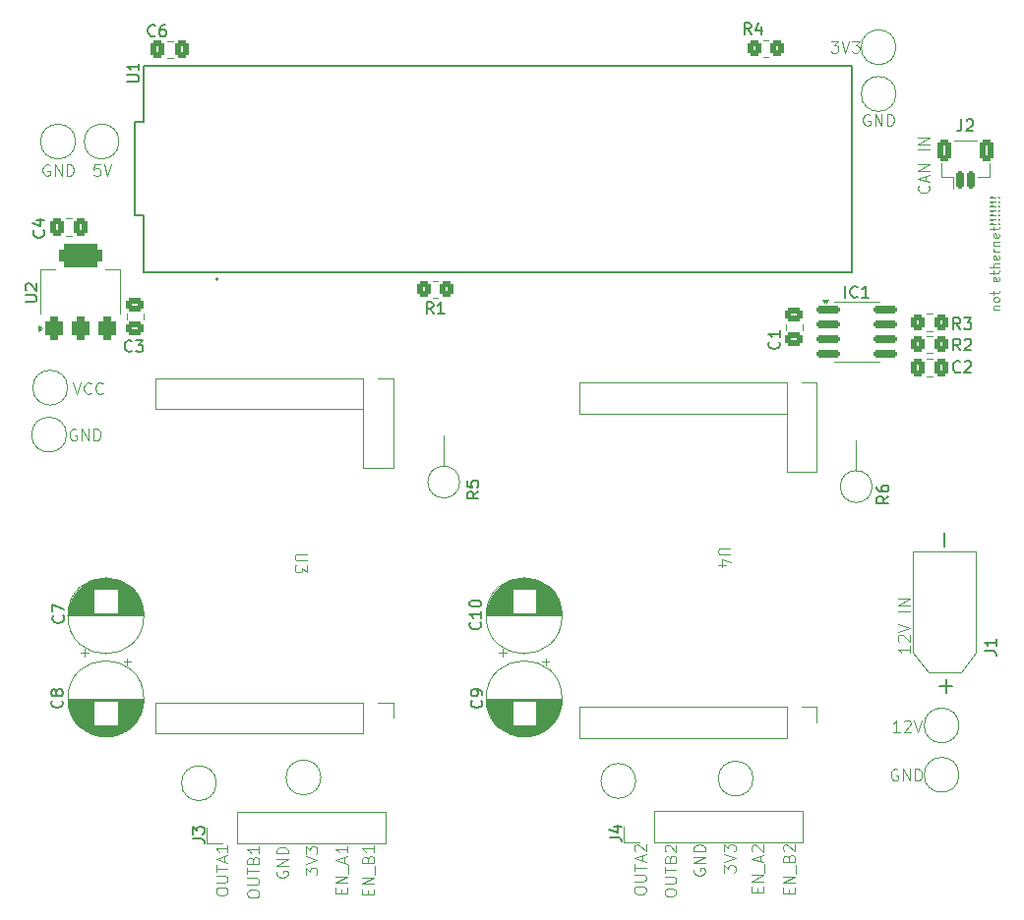
<source format=gto>
G04 #@! TF.GenerationSoftware,KiCad,Pcbnew,8.0.8*
G04 #@! TF.CreationDate,2025-01-20T09:17:35-05:00*
G04 #@! TF.ProjectId,mechanumDriveTrain,6d656368-616e-4756-9d44-726976655472,rev?*
G04 #@! TF.SameCoordinates,Original*
G04 #@! TF.FileFunction,Legend,Top*
G04 #@! TF.FilePolarity,Positive*
%FSLAX46Y46*%
G04 Gerber Fmt 4.6, Leading zero omitted, Abs format (unit mm)*
G04 Created by KiCad (PCBNEW 8.0.8) date 2025-01-20 09:17:35*
%MOMM*%
%LPD*%
G01*
G04 APERTURE LIST*
G04 Aperture macros list*
%AMRoundRect*
0 Rectangle with rounded corners*
0 $1 Rounding radius*
0 $2 $3 $4 $5 $6 $7 $8 $9 X,Y pos of 4 corners*
0 Add a 4 corners polygon primitive as box body*
4,1,4,$2,$3,$4,$5,$6,$7,$8,$9,$2,$3,0*
0 Add four circle primitives for the rounded corners*
1,1,$1+$1,$2,$3*
1,1,$1+$1,$4,$5*
1,1,$1+$1,$6,$7*
1,1,$1+$1,$8,$9*
0 Add four rect primitives between the rounded corners*
20,1,$1+$1,$2,$3,$4,$5,0*
20,1,$1+$1,$4,$5,$6,$7,0*
20,1,$1+$1,$6,$7,$8,$9,0*
20,1,$1+$1,$8,$9,$2,$3,0*%
G04 Aperture macros list end*
%ADD10C,0.100000*%
%ADD11C,0.150000*%
%ADD12C,0.120000*%
%ADD13C,0.127000*%
%ADD14C,0.200000*%
%ADD15RoundRect,0.250000X-0.350000X-0.450000X0.350000X-0.450000X0.350000X0.450000X-0.350000X0.450000X0*%
%ADD16C,2.000000*%
%ADD17C,4.300000*%
%ADD18C,1.600000*%
%ADD19O,1.600000X1.600000*%
%ADD20R,1.600000X1.600000*%
%ADD21R,1.700000X1.700000*%
%ADD22O,1.700000X1.700000*%
%ADD23R,3.800000X3.800000*%
%ADD24C,3.800000*%
%ADD25RoundRect,0.250000X0.350000X0.450000X-0.350000X0.450000X-0.350000X-0.450000X0.350000X-0.450000X0*%
%ADD26RoundRect,0.150000X-0.150000X-0.625000X0.150000X-0.625000X0.150000X0.625000X-0.150000X0.625000X0*%
%ADD27RoundRect,0.250000X-0.350000X-0.650000X0.350000X-0.650000X0.350000X0.650000X-0.350000X0.650000X0*%
%ADD28RoundRect,0.250000X0.475000X-0.337500X0.475000X0.337500X-0.475000X0.337500X-0.475000X-0.337500X0*%
%ADD29RoundRect,0.150000X-0.825000X-0.150000X0.825000X-0.150000X0.825000X0.150000X-0.825000X0.150000X0*%
%ADD30RoundRect,0.375000X0.375000X-0.625000X0.375000X0.625000X-0.375000X0.625000X-0.375000X-0.625000X0*%
%ADD31RoundRect,0.500000X1.400000X-0.500000X1.400000X0.500000X-1.400000X0.500000X-1.400000X-0.500000X0*%
%ADD32RoundRect,0.250000X0.337500X0.475000X-0.337500X0.475000X-0.337500X-0.475000X0.337500X-0.475000X0*%
%ADD33RoundRect,0.250000X-0.337500X-0.475000X0.337500X-0.475000X0.337500X0.475000X-0.337500X0.475000X0*%
%ADD34C,1.512000*%
%ADD35C,1.462000*%
%ADD36C,1.412000*%
G04 APERTURE END LIST*
D10*
X24461027Y-59272419D02*
X24794360Y-60272419D01*
X24794360Y-60272419D02*
X25127693Y-59272419D01*
X26032455Y-60177180D02*
X25984836Y-60224800D01*
X25984836Y-60224800D02*
X25841979Y-60272419D01*
X25841979Y-60272419D02*
X25746741Y-60272419D01*
X25746741Y-60272419D02*
X25603884Y-60224800D01*
X25603884Y-60224800D02*
X25508646Y-60129561D01*
X25508646Y-60129561D02*
X25461027Y-60034323D01*
X25461027Y-60034323D02*
X25413408Y-59843847D01*
X25413408Y-59843847D02*
X25413408Y-59700990D01*
X25413408Y-59700990D02*
X25461027Y-59510514D01*
X25461027Y-59510514D02*
X25508646Y-59415276D01*
X25508646Y-59415276D02*
X25603884Y-59320038D01*
X25603884Y-59320038D02*
X25746741Y-59272419D01*
X25746741Y-59272419D02*
X25841979Y-59272419D01*
X25841979Y-59272419D02*
X25984836Y-59320038D01*
X25984836Y-59320038D02*
X26032455Y-59367657D01*
X27032455Y-60177180D02*
X26984836Y-60224800D01*
X26984836Y-60224800D02*
X26841979Y-60272419D01*
X26841979Y-60272419D02*
X26746741Y-60272419D01*
X26746741Y-60272419D02*
X26603884Y-60224800D01*
X26603884Y-60224800D02*
X26508646Y-60129561D01*
X26508646Y-60129561D02*
X26461027Y-60034323D01*
X26461027Y-60034323D02*
X26413408Y-59843847D01*
X26413408Y-59843847D02*
X26413408Y-59700990D01*
X26413408Y-59700990D02*
X26461027Y-59510514D01*
X26461027Y-59510514D02*
X26508646Y-59415276D01*
X26508646Y-59415276D02*
X26603884Y-59320038D01*
X26603884Y-59320038D02*
X26746741Y-59272419D01*
X26746741Y-59272419D02*
X26841979Y-59272419D01*
X26841979Y-59272419D02*
X26984836Y-59320038D01*
X26984836Y-59320038D02*
X27032455Y-59367657D01*
X47548609Y-103296115D02*
X47548609Y-102962782D01*
X48072419Y-102819925D02*
X48072419Y-103296115D01*
X48072419Y-103296115D02*
X47072419Y-103296115D01*
X47072419Y-103296115D02*
X47072419Y-102819925D01*
X48072419Y-102391353D02*
X47072419Y-102391353D01*
X47072419Y-102391353D02*
X48072419Y-101819925D01*
X48072419Y-101819925D02*
X47072419Y-101819925D01*
X48167657Y-101581830D02*
X48167657Y-100819925D01*
X47786704Y-100629448D02*
X47786704Y-100153258D01*
X48072419Y-100724686D02*
X47072419Y-100391353D01*
X47072419Y-100391353D02*
X48072419Y-100058020D01*
X48072419Y-99200877D02*
X48072419Y-99772305D01*
X48072419Y-99486591D02*
X47072419Y-99486591D01*
X47072419Y-99486591D02*
X47215276Y-99581829D01*
X47215276Y-99581829D02*
X47310514Y-99677067D01*
X47310514Y-99677067D02*
X47358133Y-99772305D01*
X95627693Y-89372419D02*
X95056265Y-89372419D01*
X95341979Y-89372419D02*
X95341979Y-88372419D01*
X95341979Y-88372419D02*
X95246741Y-88515276D01*
X95246741Y-88515276D02*
X95151503Y-88610514D01*
X95151503Y-88610514D02*
X95056265Y-88658133D01*
X96008646Y-88467657D02*
X96056265Y-88420038D01*
X96056265Y-88420038D02*
X96151503Y-88372419D01*
X96151503Y-88372419D02*
X96389598Y-88372419D01*
X96389598Y-88372419D02*
X96484836Y-88420038D01*
X96484836Y-88420038D02*
X96532455Y-88467657D01*
X96532455Y-88467657D02*
X96580074Y-88562895D01*
X96580074Y-88562895D02*
X96580074Y-88658133D01*
X96580074Y-88658133D02*
X96532455Y-88800990D01*
X96532455Y-88800990D02*
X95961027Y-89372419D01*
X95961027Y-89372419D02*
X96580074Y-89372419D01*
X96865789Y-88372419D02*
X97199122Y-89372419D01*
X97199122Y-89372419D02*
X97532455Y-88372419D01*
X95427693Y-92620038D02*
X95332455Y-92572419D01*
X95332455Y-92572419D02*
X95189598Y-92572419D01*
X95189598Y-92572419D02*
X95046741Y-92620038D01*
X95046741Y-92620038D02*
X94951503Y-92715276D01*
X94951503Y-92715276D02*
X94903884Y-92810514D01*
X94903884Y-92810514D02*
X94856265Y-93000990D01*
X94856265Y-93000990D02*
X94856265Y-93143847D01*
X94856265Y-93143847D02*
X94903884Y-93334323D01*
X94903884Y-93334323D02*
X94951503Y-93429561D01*
X94951503Y-93429561D02*
X95046741Y-93524800D01*
X95046741Y-93524800D02*
X95189598Y-93572419D01*
X95189598Y-93572419D02*
X95284836Y-93572419D01*
X95284836Y-93572419D02*
X95427693Y-93524800D01*
X95427693Y-93524800D02*
X95475312Y-93477180D01*
X95475312Y-93477180D02*
X95475312Y-93143847D01*
X95475312Y-93143847D02*
X95284836Y-93143847D01*
X95903884Y-93572419D02*
X95903884Y-92572419D01*
X95903884Y-92572419D02*
X96475312Y-93572419D01*
X96475312Y-93572419D02*
X96475312Y-92572419D01*
X96951503Y-93572419D02*
X96951503Y-92572419D01*
X96951503Y-92572419D02*
X97189598Y-92572419D01*
X97189598Y-92572419D02*
X97332455Y-92620038D01*
X97332455Y-92620038D02*
X97427693Y-92715276D01*
X97427693Y-92715276D02*
X97475312Y-92810514D01*
X97475312Y-92810514D02*
X97522931Y-93000990D01*
X97522931Y-93000990D02*
X97522931Y-93143847D01*
X97522931Y-93143847D02*
X97475312Y-93334323D01*
X97475312Y-93334323D02*
X97427693Y-93429561D01*
X97427693Y-93429561D02*
X97332455Y-93524800D01*
X97332455Y-93524800D02*
X97189598Y-93572419D01*
X97189598Y-93572419D02*
X96951503Y-93572419D01*
X22427693Y-40520038D02*
X22332455Y-40472419D01*
X22332455Y-40472419D02*
X22189598Y-40472419D01*
X22189598Y-40472419D02*
X22046741Y-40520038D01*
X22046741Y-40520038D02*
X21951503Y-40615276D01*
X21951503Y-40615276D02*
X21903884Y-40710514D01*
X21903884Y-40710514D02*
X21856265Y-40900990D01*
X21856265Y-40900990D02*
X21856265Y-41043847D01*
X21856265Y-41043847D02*
X21903884Y-41234323D01*
X21903884Y-41234323D02*
X21951503Y-41329561D01*
X21951503Y-41329561D02*
X22046741Y-41424800D01*
X22046741Y-41424800D02*
X22189598Y-41472419D01*
X22189598Y-41472419D02*
X22284836Y-41472419D01*
X22284836Y-41472419D02*
X22427693Y-41424800D01*
X22427693Y-41424800D02*
X22475312Y-41377180D01*
X22475312Y-41377180D02*
X22475312Y-41043847D01*
X22475312Y-41043847D02*
X22284836Y-41043847D01*
X22903884Y-41472419D02*
X22903884Y-40472419D01*
X22903884Y-40472419D02*
X23475312Y-41472419D01*
X23475312Y-41472419D02*
X23475312Y-40472419D01*
X23951503Y-41472419D02*
X23951503Y-40472419D01*
X23951503Y-40472419D02*
X24189598Y-40472419D01*
X24189598Y-40472419D02*
X24332455Y-40520038D01*
X24332455Y-40520038D02*
X24427693Y-40615276D01*
X24427693Y-40615276D02*
X24475312Y-40710514D01*
X24475312Y-40710514D02*
X24522931Y-40900990D01*
X24522931Y-40900990D02*
X24522931Y-41043847D01*
X24522931Y-41043847D02*
X24475312Y-41234323D01*
X24475312Y-41234323D02*
X24427693Y-41329561D01*
X24427693Y-41329561D02*
X24332455Y-41424800D01*
X24332455Y-41424800D02*
X24189598Y-41472419D01*
X24189598Y-41472419D02*
X23951503Y-41472419D01*
X26780074Y-40472419D02*
X26303884Y-40472419D01*
X26303884Y-40472419D02*
X26256265Y-40948609D01*
X26256265Y-40948609D02*
X26303884Y-40900990D01*
X26303884Y-40900990D02*
X26399122Y-40853371D01*
X26399122Y-40853371D02*
X26637217Y-40853371D01*
X26637217Y-40853371D02*
X26732455Y-40900990D01*
X26732455Y-40900990D02*
X26780074Y-40948609D01*
X26780074Y-40948609D02*
X26827693Y-41043847D01*
X26827693Y-41043847D02*
X26827693Y-41281942D01*
X26827693Y-41281942D02*
X26780074Y-41377180D01*
X26780074Y-41377180D02*
X26732455Y-41424800D01*
X26732455Y-41424800D02*
X26637217Y-41472419D01*
X26637217Y-41472419D02*
X26399122Y-41472419D01*
X26399122Y-41472419D02*
X26303884Y-41424800D01*
X26303884Y-41424800D02*
X26256265Y-41377180D01*
X27113408Y-40472419D02*
X27446741Y-41472419D01*
X27446741Y-41472419D02*
X27780074Y-40472419D01*
X80472419Y-101491353D02*
X80472419Y-100872306D01*
X80472419Y-100872306D02*
X80853371Y-101205639D01*
X80853371Y-101205639D02*
X80853371Y-101062782D01*
X80853371Y-101062782D02*
X80900990Y-100967544D01*
X80900990Y-100967544D02*
X80948609Y-100919925D01*
X80948609Y-100919925D02*
X81043847Y-100872306D01*
X81043847Y-100872306D02*
X81281942Y-100872306D01*
X81281942Y-100872306D02*
X81377180Y-100919925D01*
X81377180Y-100919925D02*
X81424800Y-100967544D01*
X81424800Y-100967544D02*
X81472419Y-101062782D01*
X81472419Y-101062782D02*
X81472419Y-101348496D01*
X81472419Y-101348496D02*
X81424800Y-101443734D01*
X81424800Y-101443734D02*
X81377180Y-101491353D01*
X80472419Y-100586591D02*
X81472419Y-100253258D01*
X81472419Y-100253258D02*
X80472419Y-99919925D01*
X80472419Y-99681829D02*
X80472419Y-99062782D01*
X80472419Y-99062782D02*
X80853371Y-99396115D01*
X80853371Y-99396115D02*
X80853371Y-99253258D01*
X80853371Y-99253258D02*
X80900990Y-99158020D01*
X80900990Y-99158020D02*
X80948609Y-99110401D01*
X80948609Y-99110401D02*
X81043847Y-99062782D01*
X81043847Y-99062782D02*
X81281942Y-99062782D01*
X81281942Y-99062782D02*
X81377180Y-99110401D01*
X81377180Y-99110401D02*
X81424800Y-99158020D01*
X81424800Y-99158020D02*
X81472419Y-99253258D01*
X81472419Y-99253258D02*
X81472419Y-99538972D01*
X81472419Y-99538972D02*
X81424800Y-99634210D01*
X81424800Y-99634210D02*
X81377180Y-99681829D01*
X42020038Y-101372306D02*
X41972419Y-101467544D01*
X41972419Y-101467544D02*
X41972419Y-101610401D01*
X41972419Y-101610401D02*
X42020038Y-101753258D01*
X42020038Y-101753258D02*
X42115276Y-101848496D01*
X42115276Y-101848496D02*
X42210514Y-101896115D01*
X42210514Y-101896115D02*
X42400990Y-101943734D01*
X42400990Y-101943734D02*
X42543847Y-101943734D01*
X42543847Y-101943734D02*
X42734323Y-101896115D01*
X42734323Y-101896115D02*
X42829561Y-101848496D01*
X42829561Y-101848496D02*
X42924800Y-101753258D01*
X42924800Y-101753258D02*
X42972419Y-101610401D01*
X42972419Y-101610401D02*
X42972419Y-101515163D01*
X42972419Y-101515163D02*
X42924800Y-101372306D01*
X42924800Y-101372306D02*
X42877180Y-101324687D01*
X42877180Y-101324687D02*
X42543847Y-101324687D01*
X42543847Y-101324687D02*
X42543847Y-101515163D01*
X42972419Y-100896115D02*
X41972419Y-100896115D01*
X41972419Y-100896115D02*
X42972419Y-100324687D01*
X42972419Y-100324687D02*
X41972419Y-100324687D01*
X42972419Y-99848496D02*
X41972419Y-99848496D01*
X41972419Y-99848496D02*
X41972419Y-99610401D01*
X41972419Y-99610401D02*
X42020038Y-99467544D01*
X42020038Y-99467544D02*
X42115276Y-99372306D01*
X42115276Y-99372306D02*
X42210514Y-99324687D01*
X42210514Y-99324687D02*
X42400990Y-99277068D01*
X42400990Y-99277068D02*
X42543847Y-99277068D01*
X42543847Y-99277068D02*
X42734323Y-99324687D01*
X42734323Y-99324687D02*
X42829561Y-99372306D01*
X42829561Y-99372306D02*
X42924800Y-99467544D01*
X42924800Y-99467544D02*
X42972419Y-99610401D01*
X42972419Y-99610401D02*
X42972419Y-99848496D01*
X39472419Y-103405639D02*
X39472419Y-103215163D01*
X39472419Y-103215163D02*
X39520038Y-103119925D01*
X39520038Y-103119925D02*
X39615276Y-103024687D01*
X39615276Y-103024687D02*
X39805752Y-102977068D01*
X39805752Y-102977068D02*
X40139085Y-102977068D01*
X40139085Y-102977068D02*
X40329561Y-103024687D01*
X40329561Y-103024687D02*
X40424800Y-103119925D01*
X40424800Y-103119925D02*
X40472419Y-103215163D01*
X40472419Y-103215163D02*
X40472419Y-103405639D01*
X40472419Y-103405639D02*
X40424800Y-103500877D01*
X40424800Y-103500877D02*
X40329561Y-103596115D01*
X40329561Y-103596115D02*
X40139085Y-103643734D01*
X40139085Y-103643734D02*
X39805752Y-103643734D01*
X39805752Y-103643734D02*
X39615276Y-103596115D01*
X39615276Y-103596115D02*
X39520038Y-103500877D01*
X39520038Y-103500877D02*
X39472419Y-103405639D01*
X39472419Y-102548496D02*
X40281942Y-102548496D01*
X40281942Y-102548496D02*
X40377180Y-102500877D01*
X40377180Y-102500877D02*
X40424800Y-102453258D01*
X40424800Y-102453258D02*
X40472419Y-102358020D01*
X40472419Y-102358020D02*
X40472419Y-102167544D01*
X40472419Y-102167544D02*
X40424800Y-102072306D01*
X40424800Y-102072306D02*
X40377180Y-102024687D01*
X40377180Y-102024687D02*
X40281942Y-101977068D01*
X40281942Y-101977068D02*
X39472419Y-101977068D01*
X39472419Y-101643734D02*
X39472419Y-101072306D01*
X40472419Y-101358020D02*
X39472419Y-101358020D01*
X39948609Y-100405639D02*
X39996228Y-100262782D01*
X39996228Y-100262782D02*
X40043847Y-100215163D01*
X40043847Y-100215163D02*
X40139085Y-100167544D01*
X40139085Y-100167544D02*
X40281942Y-100167544D01*
X40281942Y-100167544D02*
X40377180Y-100215163D01*
X40377180Y-100215163D02*
X40424800Y-100262782D01*
X40424800Y-100262782D02*
X40472419Y-100358020D01*
X40472419Y-100358020D02*
X40472419Y-100738972D01*
X40472419Y-100738972D02*
X39472419Y-100738972D01*
X39472419Y-100738972D02*
X39472419Y-100405639D01*
X39472419Y-100405639D02*
X39520038Y-100310401D01*
X39520038Y-100310401D02*
X39567657Y-100262782D01*
X39567657Y-100262782D02*
X39662895Y-100215163D01*
X39662895Y-100215163D02*
X39758133Y-100215163D01*
X39758133Y-100215163D02*
X39853371Y-100262782D01*
X39853371Y-100262782D02*
X39900990Y-100310401D01*
X39900990Y-100310401D02*
X39948609Y-100405639D01*
X39948609Y-100405639D02*
X39948609Y-100738972D01*
X40472419Y-99215163D02*
X40472419Y-99786591D01*
X40472419Y-99500877D02*
X39472419Y-99500877D01*
X39472419Y-99500877D02*
X39615276Y-99596115D01*
X39615276Y-99596115D02*
X39710514Y-99691353D01*
X39710514Y-99691353D02*
X39758133Y-99786591D01*
X77920038Y-101172306D02*
X77872419Y-101267544D01*
X77872419Y-101267544D02*
X77872419Y-101410401D01*
X77872419Y-101410401D02*
X77920038Y-101553258D01*
X77920038Y-101553258D02*
X78015276Y-101648496D01*
X78015276Y-101648496D02*
X78110514Y-101696115D01*
X78110514Y-101696115D02*
X78300990Y-101743734D01*
X78300990Y-101743734D02*
X78443847Y-101743734D01*
X78443847Y-101743734D02*
X78634323Y-101696115D01*
X78634323Y-101696115D02*
X78729561Y-101648496D01*
X78729561Y-101648496D02*
X78824800Y-101553258D01*
X78824800Y-101553258D02*
X78872419Y-101410401D01*
X78872419Y-101410401D02*
X78872419Y-101315163D01*
X78872419Y-101315163D02*
X78824800Y-101172306D01*
X78824800Y-101172306D02*
X78777180Y-101124687D01*
X78777180Y-101124687D02*
X78443847Y-101124687D01*
X78443847Y-101124687D02*
X78443847Y-101315163D01*
X78872419Y-100696115D02*
X77872419Y-100696115D01*
X77872419Y-100696115D02*
X78872419Y-100124687D01*
X78872419Y-100124687D02*
X77872419Y-100124687D01*
X78872419Y-99648496D02*
X77872419Y-99648496D01*
X77872419Y-99648496D02*
X77872419Y-99410401D01*
X77872419Y-99410401D02*
X77920038Y-99267544D01*
X77920038Y-99267544D02*
X78015276Y-99172306D01*
X78015276Y-99172306D02*
X78110514Y-99124687D01*
X78110514Y-99124687D02*
X78300990Y-99077068D01*
X78300990Y-99077068D02*
X78443847Y-99077068D01*
X78443847Y-99077068D02*
X78634323Y-99124687D01*
X78634323Y-99124687D02*
X78729561Y-99172306D01*
X78729561Y-99172306D02*
X78824800Y-99267544D01*
X78824800Y-99267544D02*
X78872419Y-99410401D01*
X78872419Y-99410401D02*
X78872419Y-99648496D01*
X36772419Y-103205639D02*
X36772419Y-103015163D01*
X36772419Y-103015163D02*
X36820038Y-102919925D01*
X36820038Y-102919925D02*
X36915276Y-102824687D01*
X36915276Y-102824687D02*
X37105752Y-102777068D01*
X37105752Y-102777068D02*
X37439085Y-102777068D01*
X37439085Y-102777068D02*
X37629561Y-102824687D01*
X37629561Y-102824687D02*
X37724800Y-102919925D01*
X37724800Y-102919925D02*
X37772419Y-103015163D01*
X37772419Y-103015163D02*
X37772419Y-103205639D01*
X37772419Y-103205639D02*
X37724800Y-103300877D01*
X37724800Y-103300877D02*
X37629561Y-103396115D01*
X37629561Y-103396115D02*
X37439085Y-103443734D01*
X37439085Y-103443734D02*
X37105752Y-103443734D01*
X37105752Y-103443734D02*
X36915276Y-103396115D01*
X36915276Y-103396115D02*
X36820038Y-103300877D01*
X36820038Y-103300877D02*
X36772419Y-103205639D01*
X36772419Y-102348496D02*
X37581942Y-102348496D01*
X37581942Y-102348496D02*
X37677180Y-102300877D01*
X37677180Y-102300877D02*
X37724800Y-102253258D01*
X37724800Y-102253258D02*
X37772419Y-102158020D01*
X37772419Y-102158020D02*
X37772419Y-101967544D01*
X37772419Y-101967544D02*
X37724800Y-101872306D01*
X37724800Y-101872306D02*
X37677180Y-101824687D01*
X37677180Y-101824687D02*
X37581942Y-101777068D01*
X37581942Y-101777068D02*
X36772419Y-101777068D01*
X36772419Y-101443734D02*
X36772419Y-100872306D01*
X37772419Y-101158020D02*
X36772419Y-101158020D01*
X37486704Y-100586591D02*
X37486704Y-100110401D01*
X37772419Y-100681829D02*
X36772419Y-100348496D01*
X36772419Y-100348496D02*
X37772419Y-100015163D01*
X37772419Y-99158020D02*
X37772419Y-99729448D01*
X37772419Y-99443734D02*
X36772419Y-99443734D01*
X36772419Y-99443734D02*
X36915276Y-99538972D01*
X36915276Y-99538972D02*
X37010514Y-99634210D01*
X37010514Y-99634210D02*
X37058133Y-99729448D01*
X86048609Y-103296115D02*
X86048609Y-102962782D01*
X86572419Y-102819925D02*
X86572419Y-103296115D01*
X86572419Y-103296115D02*
X85572419Y-103296115D01*
X85572419Y-103296115D02*
X85572419Y-102819925D01*
X86572419Y-102391353D02*
X85572419Y-102391353D01*
X85572419Y-102391353D02*
X86572419Y-101819925D01*
X86572419Y-101819925D02*
X85572419Y-101819925D01*
X86667657Y-101581830D02*
X86667657Y-100819925D01*
X86048609Y-100248496D02*
X86096228Y-100105639D01*
X86096228Y-100105639D02*
X86143847Y-100058020D01*
X86143847Y-100058020D02*
X86239085Y-100010401D01*
X86239085Y-100010401D02*
X86381942Y-100010401D01*
X86381942Y-100010401D02*
X86477180Y-100058020D01*
X86477180Y-100058020D02*
X86524800Y-100105639D01*
X86524800Y-100105639D02*
X86572419Y-100200877D01*
X86572419Y-100200877D02*
X86572419Y-100581829D01*
X86572419Y-100581829D02*
X85572419Y-100581829D01*
X85572419Y-100581829D02*
X85572419Y-100248496D01*
X85572419Y-100248496D02*
X85620038Y-100153258D01*
X85620038Y-100153258D02*
X85667657Y-100105639D01*
X85667657Y-100105639D02*
X85762895Y-100058020D01*
X85762895Y-100058020D02*
X85858133Y-100058020D01*
X85858133Y-100058020D02*
X85953371Y-100105639D01*
X85953371Y-100105639D02*
X86000990Y-100153258D01*
X86000990Y-100153258D02*
X86048609Y-100248496D01*
X86048609Y-100248496D02*
X86048609Y-100581829D01*
X85667657Y-99629448D02*
X85620038Y-99581829D01*
X85620038Y-99581829D02*
X85572419Y-99486591D01*
X85572419Y-99486591D02*
X85572419Y-99248496D01*
X85572419Y-99248496D02*
X85620038Y-99153258D01*
X85620038Y-99153258D02*
X85667657Y-99105639D01*
X85667657Y-99105639D02*
X85762895Y-99058020D01*
X85762895Y-99058020D02*
X85858133Y-99058020D01*
X85858133Y-99058020D02*
X86000990Y-99105639D01*
X86000990Y-99105639D02*
X86572419Y-99677067D01*
X86572419Y-99677067D02*
X86572419Y-99058020D01*
X44472419Y-101691353D02*
X44472419Y-101072306D01*
X44472419Y-101072306D02*
X44853371Y-101405639D01*
X44853371Y-101405639D02*
X44853371Y-101262782D01*
X44853371Y-101262782D02*
X44900990Y-101167544D01*
X44900990Y-101167544D02*
X44948609Y-101119925D01*
X44948609Y-101119925D02*
X45043847Y-101072306D01*
X45043847Y-101072306D02*
X45281942Y-101072306D01*
X45281942Y-101072306D02*
X45377180Y-101119925D01*
X45377180Y-101119925D02*
X45424800Y-101167544D01*
X45424800Y-101167544D02*
X45472419Y-101262782D01*
X45472419Y-101262782D02*
X45472419Y-101548496D01*
X45472419Y-101548496D02*
X45424800Y-101643734D01*
X45424800Y-101643734D02*
X45377180Y-101691353D01*
X44472419Y-100786591D02*
X45472419Y-100453258D01*
X45472419Y-100453258D02*
X44472419Y-100119925D01*
X44472419Y-99881829D02*
X44472419Y-99262782D01*
X44472419Y-99262782D02*
X44853371Y-99596115D01*
X44853371Y-99596115D02*
X44853371Y-99453258D01*
X44853371Y-99453258D02*
X44900990Y-99358020D01*
X44900990Y-99358020D02*
X44948609Y-99310401D01*
X44948609Y-99310401D02*
X45043847Y-99262782D01*
X45043847Y-99262782D02*
X45281942Y-99262782D01*
X45281942Y-99262782D02*
X45377180Y-99310401D01*
X45377180Y-99310401D02*
X45424800Y-99358020D01*
X45424800Y-99358020D02*
X45472419Y-99453258D01*
X45472419Y-99453258D02*
X45472419Y-99738972D01*
X45472419Y-99738972D02*
X45424800Y-99834210D01*
X45424800Y-99834210D02*
X45377180Y-99881829D01*
X83348609Y-103196115D02*
X83348609Y-102862782D01*
X83872419Y-102719925D02*
X83872419Y-103196115D01*
X83872419Y-103196115D02*
X82872419Y-103196115D01*
X82872419Y-103196115D02*
X82872419Y-102719925D01*
X83872419Y-102291353D02*
X82872419Y-102291353D01*
X82872419Y-102291353D02*
X83872419Y-101719925D01*
X83872419Y-101719925D02*
X82872419Y-101719925D01*
X83967657Y-101481830D02*
X83967657Y-100719925D01*
X83586704Y-100529448D02*
X83586704Y-100053258D01*
X83872419Y-100624686D02*
X82872419Y-100291353D01*
X82872419Y-100291353D02*
X83872419Y-99958020D01*
X82967657Y-99672305D02*
X82920038Y-99624686D01*
X82920038Y-99624686D02*
X82872419Y-99529448D01*
X82872419Y-99529448D02*
X82872419Y-99291353D01*
X82872419Y-99291353D02*
X82920038Y-99196115D01*
X82920038Y-99196115D02*
X82967657Y-99148496D01*
X82967657Y-99148496D02*
X83062895Y-99100877D01*
X83062895Y-99100877D02*
X83158133Y-99100877D01*
X83158133Y-99100877D02*
X83300990Y-99148496D01*
X83300990Y-99148496D02*
X83872419Y-99719924D01*
X83872419Y-99719924D02*
X83872419Y-99100877D01*
X93027693Y-36220038D02*
X92932455Y-36172419D01*
X92932455Y-36172419D02*
X92789598Y-36172419D01*
X92789598Y-36172419D02*
X92646741Y-36220038D01*
X92646741Y-36220038D02*
X92551503Y-36315276D01*
X92551503Y-36315276D02*
X92503884Y-36410514D01*
X92503884Y-36410514D02*
X92456265Y-36600990D01*
X92456265Y-36600990D02*
X92456265Y-36743847D01*
X92456265Y-36743847D02*
X92503884Y-36934323D01*
X92503884Y-36934323D02*
X92551503Y-37029561D01*
X92551503Y-37029561D02*
X92646741Y-37124800D01*
X92646741Y-37124800D02*
X92789598Y-37172419D01*
X92789598Y-37172419D02*
X92884836Y-37172419D01*
X92884836Y-37172419D02*
X93027693Y-37124800D01*
X93027693Y-37124800D02*
X93075312Y-37077180D01*
X93075312Y-37077180D02*
X93075312Y-36743847D01*
X93075312Y-36743847D02*
X92884836Y-36743847D01*
X93503884Y-37172419D02*
X93503884Y-36172419D01*
X93503884Y-36172419D02*
X94075312Y-37172419D01*
X94075312Y-37172419D02*
X94075312Y-36172419D01*
X94551503Y-37172419D02*
X94551503Y-36172419D01*
X94551503Y-36172419D02*
X94789598Y-36172419D01*
X94789598Y-36172419D02*
X94932455Y-36220038D01*
X94932455Y-36220038D02*
X95027693Y-36315276D01*
X95027693Y-36315276D02*
X95075312Y-36410514D01*
X95075312Y-36410514D02*
X95122931Y-36600990D01*
X95122931Y-36600990D02*
X95122931Y-36743847D01*
X95122931Y-36743847D02*
X95075312Y-36934323D01*
X95075312Y-36934323D02*
X95027693Y-37029561D01*
X95027693Y-37029561D02*
X94932455Y-37124800D01*
X94932455Y-37124800D02*
X94789598Y-37172419D01*
X94789598Y-37172419D02*
X94551503Y-37172419D01*
X89708646Y-29872419D02*
X90327693Y-29872419D01*
X90327693Y-29872419D02*
X89994360Y-30253371D01*
X89994360Y-30253371D02*
X90137217Y-30253371D01*
X90137217Y-30253371D02*
X90232455Y-30300990D01*
X90232455Y-30300990D02*
X90280074Y-30348609D01*
X90280074Y-30348609D02*
X90327693Y-30443847D01*
X90327693Y-30443847D02*
X90327693Y-30681942D01*
X90327693Y-30681942D02*
X90280074Y-30777180D01*
X90280074Y-30777180D02*
X90232455Y-30824800D01*
X90232455Y-30824800D02*
X90137217Y-30872419D01*
X90137217Y-30872419D02*
X89851503Y-30872419D01*
X89851503Y-30872419D02*
X89756265Y-30824800D01*
X89756265Y-30824800D02*
X89708646Y-30777180D01*
X90613408Y-29872419D02*
X90946741Y-30872419D01*
X90946741Y-30872419D02*
X91280074Y-29872419D01*
X91518170Y-29872419D02*
X92137217Y-29872419D01*
X92137217Y-29872419D02*
X91803884Y-30253371D01*
X91803884Y-30253371D02*
X91946741Y-30253371D01*
X91946741Y-30253371D02*
X92041979Y-30300990D01*
X92041979Y-30300990D02*
X92089598Y-30348609D01*
X92089598Y-30348609D02*
X92137217Y-30443847D01*
X92137217Y-30443847D02*
X92137217Y-30681942D01*
X92137217Y-30681942D02*
X92089598Y-30777180D01*
X92089598Y-30777180D02*
X92041979Y-30824800D01*
X92041979Y-30824800D02*
X91946741Y-30872419D01*
X91946741Y-30872419D02*
X91661027Y-30872419D01*
X91661027Y-30872419D02*
X91565789Y-30824800D01*
X91565789Y-30824800D02*
X91518170Y-30777180D01*
X49848609Y-103396115D02*
X49848609Y-103062782D01*
X50372419Y-102919925D02*
X50372419Y-103396115D01*
X50372419Y-103396115D02*
X49372419Y-103396115D01*
X49372419Y-103396115D02*
X49372419Y-102919925D01*
X50372419Y-102491353D02*
X49372419Y-102491353D01*
X49372419Y-102491353D02*
X50372419Y-101919925D01*
X50372419Y-101919925D02*
X49372419Y-101919925D01*
X50467657Y-101681830D02*
X50467657Y-100919925D01*
X49848609Y-100348496D02*
X49896228Y-100205639D01*
X49896228Y-100205639D02*
X49943847Y-100158020D01*
X49943847Y-100158020D02*
X50039085Y-100110401D01*
X50039085Y-100110401D02*
X50181942Y-100110401D01*
X50181942Y-100110401D02*
X50277180Y-100158020D01*
X50277180Y-100158020D02*
X50324800Y-100205639D01*
X50324800Y-100205639D02*
X50372419Y-100300877D01*
X50372419Y-100300877D02*
X50372419Y-100681829D01*
X50372419Y-100681829D02*
X49372419Y-100681829D01*
X49372419Y-100681829D02*
X49372419Y-100348496D01*
X49372419Y-100348496D02*
X49420038Y-100253258D01*
X49420038Y-100253258D02*
X49467657Y-100205639D01*
X49467657Y-100205639D02*
X49562895Y-100158020D01*
X49562895Y-100158020D02*
X49658133Y-100158020D01*
X49658133Y-100158020D02*
X49753371Y-100205639D01*
X49753371Y-100205639D02*
X49800990Y-100253258D01*
X49800990Y-100253258D02*
X49848609Y-100348496D01*
X49848609Y-100348496D02*
X49848609Y-100681829D01*
X50372419Y-99158020D02*
X50372419Y-99729448D01*
X50372419Y-99443734D02*
X49372419Y-99443734D01*
X49372419Y-99443734D02*
X49515276Y-99538972D01*
X49515276Y-99538972D02*
X49610514Y-99634210D01*
X49610514Y-99634210D02*
X49658133Y-99729448D01*
X24727693Y-63320038D02*
X24632455Y-63272419D01*
X24632455Y-63272419D02*
X24489598Y-63272419D01*
X24489598Y-63272419D02*
X24346741Y-63320038D01*
X24346741Y-63320038D02*
X24251503Y-63415276D01*
X24251503Y-63415276D02*
X24203884Y-63510514D01*
X24203884Y-63510514D02*
X24156265Y-63700990D01*
X24156265Y-63700990D02*
X24156265Y-63843847D01*
X24156265Y-63843847D02*
X24203884Y-64034323D01*
X24203884Y-64034323D02*
X24251503Y-64129561D01*
X24251503Y-64129561D02*
X24346741Y-64224800D01*
X24346741Y-64224800D02*
X24489598Y-64272419D01*
X24489598Y-64272419D02*
X24584836Y-64272419D01*
X24584836Y-64272419D02*
X24727693Y-64224800D01*
X24727693Y-64224800D02*
X24775312Y-64177180D01*
X24775312Y-64177180D02*
X24775312Y-63843847D01*
X24775312Y-63843847D02*
X24584836Y-63843847D01*
X25203884Y-64272419D02*
X25203884Y-63272419D01*
X25203884Y-63272419D02*
X25775312Y-64272419D01*
X25775312Y-64272419D02*
X25775312Y-63272419D01*
X26251503Y-64272419D02*
X26251503Y-63272419D01*
X26251503Y-63272419D02*
X26489598Y-63272419D01*
X26489598Y-63272419D02*
X26632455Y-63320038D01*
X26632455Y-63320038D02*
X26727693Y-63415276D01*
X26727693Y-63415276D02*
X26775312Y-63510514D01*
X26775312Y-63510514D02*
X26822931Y-63700990D01*
X26822931Y-63700990D02*
X26822931Y-63843847D01*
X26822931Y-63843847D02*
X26775312Y-64034323D01*
X26775312Y-64034323D02*
X26727693Y-64129561D01*
X26727693Y-64129561D02*
X26632455Y-64224800D01*
X26632455Y-64224800D02*
X26489598Y-64272419D01*
X26489598Y-64272419D02*
X26251503Y-64272419D01*
X75372419Y-103305639D02*
X75372419Y-103115163D01*
X75372419Y-103115163D02*
X75420038Y-103019925D01*
X75420038Y-103019925D02*
X75515276Y-102924687D01*
X75515276Y-102924687D02*
X75705752Y-102877068D01*
X75705752Y-102877068D02*
X76039085Y-102877068D01*
X76039085Y-102877068D02*
X76229561Y-102924687D01*
X76229561Y-102924687D02*
X76324800Y-103019925D01*
X76324800Y-103019925D02*
X76372419Y-103115163D01*
X76372419Y-103115163D02*
X76372419Y-103305639D01*
X76372419Y-103305639D02*
X76324800Y-103400877D01*
X76324800Y-103400877D02*
X76229561Y-103496115D01*
X76229561Y-103496115D02*
X76039085Y-103543734D01*
X76039085Y-103543734D02*
X75705752Y-103543734D01*
X75705752Y-103543734D02*
X75515276Y-103496115D01*
X75515276Y-103496115D02*
X75420038Y-103400877D01*
X75420038Y-103400877D02*
X75372419Y-103305639D01*
X75372419Y-102448496D02*
X76181942Y-102448496D01*
X76181942Y-102448496D02*
X76277180Y-102400877D01*
X76277180Y-102400877D02*
X76324800Y-102353258D01*
X76324800Y-102353258D02*
X76372419Y-102258020D01*
X76372419Y-102258020D02*
X76372419Y-102067544D01*
X76372419Y-102067544D02*
X76324800Y-101972306D01*
X76324800Y-101972306D02*
X76277180Y-101924687D01*
X76277180Y-101924687D02*
X76181942Y-101877068D01*
X76181942Y-101877068D02*
X75372419Y-101877068D01*
X75372419Y-101543734D02*
X75372419Y-100972306D01*
X76372419Y-101258020D02*
X75372419Y-101258020D01*
X75848609Y-100305639D02*
X75896228Y-100162782D01*
X75896228Y-100162782D02*
X75943847Y-100115163D01*
X75943847Y-100115163D02*
X76039085Y-100067544D01*
X76039085Y-100067544D02*
X76181942Y-100067544D01*
X76181942Y-100067544D02*
X76277180Y-100115163D01*
X76277180Y-100115163D02*
X76324800Y-100162782D01*
X76324800Y-100162782D02*
X76372419Y-100258020D01*
X76372419Y-100258020D02*
X76372419Y-100638972D01*
X76372419Y-100638972D02*
X75372419Y-100638972D01*
X75372419Y-100638972D02*
X75372419Y-100305639D01*
X75372419Y-100305639D02*
X75420038Y-100210401D01*
X75420038Y-100210401D02*
X75467657Y-100162782D01*
X75467657Y-100162782D02*
X75562895Y-100115163D01*
X75562895Y-100115163D02*
X75658133Y-100115163D01*
X75658133Y-100115163D02*
X75753371Y-100162782D01*
X75753371Y-100162782D02*
X75800990Y-100210401D01*
X75800990Y-100210401D02*
X75848609Y-100305639D01*
X75848609Y-100305639D02*
X75848609Y-100638972D01*
X75467657Y-99686591D02*
X75420038Y-99638972D01*
X75420038Y-99638972D02*
X75372419Y-99543734D01*
X75372419Y-99543734D02*
X75372419Y-99305639D01*
X75372419Y-99305639D02*
X75420038Y-99210401D01*
X75420038Y-99210401D02*
X75467657Y-99162782D01*
X75467657Y-99162782D02*
X75562895Y-99115163D01*
X75562895Y-99115163D02*
X75658133Y-99115163D01*
X75658133Y-99115163D02*
X75800990Y-99162782D01*
X75800990Y-99162782D02*
X76372419Y-99734210D01*
X76372419Y-99734210D02*
X76372419Y-99115163D01*
X96472419Y-81972306D02*
X96472419Y-82543734D01*
X96472419Y-82258020D02*
X95472419Y-82258020D01*
X95472419Y-82258020D02*
X95615276Y-82353258D01*
X95615276Y-82353258D02*
X95710514Y-82448496D01*
X95710514Y-82448496D02*
X95758133Y-82543734D01*
X95567657Y-81591353D02*
X95520038Y-81543734D01*
X95520038Y-81543734D02*
X95472419Y-81448496D01*
X95472419Y-81448496D02*
X95472419Y-81210401D01*
X95472419Y-81210401D02*
X95520038Y-81115163D01*
X95520038Y-81115163D02*
X95567657Y-81067544D01*
X95567657Y-81067544D02*
X95662895Y-81019925D01*
X95662895Y-81019925D02*
X95758133Y-81019925D01*
X95758133Y-81019925D02*
X95900990Y-81067544D01*
X95900990Y-81067544D02*
X96472419Y-81638972D01*
X96472419Y-81638972D02*
X96472419Y-81019925D01*
X95472419Y-80734210D02*
X96472419Y-80400877D01*
X96472419Y-80400877D02*
X95472419Y-80067544D01*
X96472419Y-78972305D02*
X95472419Y-78972305D01*
X96472419Y-78496115D02*
X95472419Y-78496115D01*
X95472419Y-78496115D02*
X96472419Y-77924687D01*
X96472419Y-77924687D02*
X95472419Y-77924687D01*
X103663561Y-53043734D02*
X104196895Y-53043734D01*
X103739752Y-53043734D02*
X103701657Y-53005639D01*
X103701657Y-53005639D02*
X103663561Y-52929449D01*
X103663561Y-52929449D02*
X103663561Y-52815163D01*
X103663561Y-52815163D02*
X103701657Y-52738972D01*
X103701657Y-52738972D02*
X103777847Y-52700877D01*
X103777847Y-52700877D02*
X104196895Y-52700877D01*
X104196895Y-52205639D02*
X104158800Y-52281829D01*
X104158800Y-52281829D02*
X104120704Y-52319924D01*
X104120704Y-52319924D02*
X104044514Y-52358020D01*
X104044514Y-52358020D02*
X103815942Y-52358020D01*
X103815942Y-52358020D02*
X103739752Y-52319924D01*
X103739752Y-52319924D02*
X103701657Y-52281829D01*
X103701657Y-52281829D02*
X103663561Y-52205639D01*
X103663561Y-52205639D02*
X103663561Y-52091353D01*
X103663561Y-52091353D02*
X103701657Y-52015162D01*
X103701657Y-52015162D02*
X103739752Y-51977067D01*
X103739752Y-51977067D02*
X103815942Y-51938972D01*
X103815942Y-51938972D02*
X104044514Y-51938972D01*
X104044514Y-51938972D02*
X104120704Y-51977067D01*
X104120704Y-51977067D02*
X104158800Y-52015162D01*
X104158800Y-52015162D02*
X104196895Y-52091353D01*
X104196895Y-52091353D02*
X104196895Y-52205639D01*
X103663561Y-51710400D02*
X103663561Y-51405638D01*
X103396895Y-51596114D02*
X104082609Y-51596114D01*
X104082609Y-51596114D02*
X104158800Y-51558019D01*
X104158800Y-51558019D02*
X104196895Y-51481829D01*
X104196895Y-51481829D02*
X104196895Y-51405638D01*
X104158800Y-50224685D02*
X104196895Y-50300876D01*
X104196895Y-50300876D02*
X104196895Y-50453257D01*
X104196895Y-50453257D02*
X104158800Y-50529447D01*
X104158800Y-50529447D02*
X104082609Y-50567543D01*
X104082609Y-50567543D02*
X103777847Y-50567543D01*
X103777847Y-50567543D02*
X103701657Y-50529447D01*
X103701657Y-50529447D02*
X103663561Y-50453257D01*
X103663561Y-50453257D02*
X103663561Y-50300876D01*
X103663561Y-50300876D02*
X103701657Y-50224685D01*
X103701657Y-50224685D02*
X103777847Y-50186590D01*
X103777847Y-50186590D02*
X103854038Y-50186590D01*
X103854038Y-50186590D02*
X103930228Y-50567543D01*
X103663561Y-49958019D02*
X103663561Y-49653257D01*
X103396895Y-49843733D02*
X104082609Y-49843733D01*
X104082609Y-49843733D02*
X104158800Y-49805638D01*
X104158800Y-49805638D02*
X104196895Y-49729448D01*
X104196895Y-49729448D02*
X104196895Y-49653257D01*
X104196895Y-49386590D02*
X103396895Y-49386590D01*
X104196895Y-49043733D02*
X103777847Y-49043733D01*
X103777847Y-49043733D02*
X103701657Y-49081828D01*
X103701657Y-49081828D02*
X103663561Y-49158019D01*
X103663561Y-49158019D02*
X103663561Y-49272305D01*
X103663561Y-49272305D02*
X103701657Y-49348495D01*
X103701657Y-49348495D02*
X103739752Y-49386590D01*
X104158800Y-48358018D02*
X104196895Y-48434209D01*
X104196895Y-48434209D02*
X104196895Y-48586590D01*
X104196895Y-48586590D02*
X104158800Y-48662780D01*
X104158800Y-48662780D02*
X104082609Y-48700876D01*
X104082609Y-48700876D02*
X103777847Y-48700876D01*
X103777847Y-48700876D02*
X103701657Y-48662780D01*
X103701657Y-48662780D02*
X103663561Y-48586590D01*
X103663561Y-48586590D02*
X103663561Y-48434209D01*
X103663561Y-48434209D02*
X103701657Y-48358018D01*
X103701657Y-48358018D02*
X103777847Y-48319923D01*
X103777847Y-48319923D02*
X103854038Y-48319923D01*
X103854038Y-48319923D02*
X103930228Y-48700876D01*
X104196895Y-47977066D02*
X103663561Y-47977066D01*
X103815942Y-47977066D02*
X103739752Y-47938971D01*
X103739752Y-47938971D02*
X103701657Y-47900876D01*
X103701657Y-47900876D02*
X103663561Y-47824685D01*
X103663561Y-47824685D02*
X103663561Y-47748495D01*
X103663561Y-47481828D02*
X104196895Y-47481828D01*
X103739752Y-47481828D02*
X103701657Y-47443733D01*
X103701657Y-47443733D02*
X103663561Y-47367543D01*
X103663561Y-47367543D02*
X103663561Y-47253257D01*
X103663561Y-47253257D02*
X103701657Y-47177066D01*
X103701657Y-47177066D02*
X103777847Y-47138971D01*
X103777847Y-47138971D02*
X104196895Y-47138971D01*
X104158800Y-46453256D02*
X104196895Y-46529447D01*
X104196895Y-46529447D02*
X104196895Y-46681828D01*
X104196895Y-46681828D02*
X104158800Y-46758018D01*
X104158800Y-46758018D02*
X104082609Y-46796114D01*
X104082609Y-46796114D02*
X103777847Y-46796114D01*
X103777847Y-46796114D02*
X103701657Y-46758018D01*
X103701657Y-46758018D02*
X103663561Y-46681828D01*
X103663561Y-46681828D02*
X103663561Y-46529447D01*
X103663561Y-46529447D02*
X103701657Y-46453256D01*
X103701657Y-46453256D02*
X103777847Y-46415161D01*
X103777847Y-46415161D02*
X103854038Y-46415161D01*
X103854038Y-46415161D02*
X103930228Y-46796114D01*
X103663561Y-46186590D02*
X103663561Y-45881828D01*
X103396895Y-46072304D02*
X104082609Y-46072304D01*
X104082609Y-46072304D02*
X104158800Y-46034209D01*
X104158800Y-46034209D02*
X104196895Y-45958019D01*
X104196895Y-45958019D02*
X104196895Y-45881828D01*
X104120704Y-45615161D02*
X104158800Y-45577066D01*
X104158800Y-45577066D02*
X104196895Y-45615161D01*
X104196895Y-45615161D02*
X104158800Y-45653257D01*
X104158800Y-45653257D02*
X104120704Y-45615161D01*
X104120704Y-45615161D02*
X104196895Y-45615161D01*
X103892133Y-45615161D02*
X103434990Y-45653257D01*
X103434990Y-45653257D02*
X103396895Y-45615161D01*
X103396895Y-45615161D02*
X103434990Y-45577066D01*
X103434990Y-45577066D02*
X103892133Y-45615161D01*
X103892133Y-45615161D02*
X103396895Y-45615161D01*
X104120704Y-45234209D02*
X104158800Y-45196114D01*
X104158800Y-45196114D02*
X104196895Y-45234209D01*
X104196895Y-45234209D02*
X104158800Y-45272305D01*
X104158800Y-45272305D02*
X104120704Y-45234209D01*
X104120704Y-45234209D02*
X104196895Y-45234209D01*
X103892133Y-45234209D02*
X103434990Y-45272305D01*
X103434990Y-45272305D02*
X103396895Y-45234209D01*
X103396895Y-45234209D02*
X103434990Y-45196114D01*
X103434990Y-45196114D02*
X103892133Y-45234209D01*
X103892133Y-45234209D02*
X103396895Y-45234209D01*
X104120704Y-44853257D02*
X104158800Y-44815162D01*
X104158800Y-44815162D02*
X104196895Y-44853257D01*
X104196895Y-44853257D02*
X104158800Y-44891353D01*
X104158800Y-44891353D02*
X104120704Y-44853257D01*
X104120704Y-44853257D02*
X104196895Y-44853257D01*
X103892133Y-44853257D02*
X103434990Y-44891353D01*
X103434990Y-44891353D02*
X103396895Y-44853257D01*
X103396895Y-44853257D02*
X103434990Y-44815162D01*
X103434990Y-44815162D02*
X103892133Y-44853257D01*
X103892133Y-44853257D02*
X103396895Y-44853257D01*
X104120704Y-44472305D02*
X104158800Y-44434210D01*
X104158800Y-44434210D02*
X104196895Y-44472305D01*
X104196895Y-44472305D02*
X104158800Y-44510401D01*
X104158800Y-44510401D02*
X104120704Y-44472305D01*
X104120704Y-44472305D02*
X104196895Y-44472305D01*
X103892133Y-44472305D02*
X103434990Y-44510401D01*
X103434990Y-44510401D02*
X103396895Y-44472305D01*
X103396895Y-44472305D02*
X103434990Y-44434210D01*
X103434990Y-44434210D02*
X103892133Y-44472305D01*
X103892133Y-44472305D02*
X103396895Y-44472305D01*
X104120704Y-44091353D02*
X104158800Y-44053258D01*
X104158800Y-44053258D02*
X104196895Y-44091353D01*
X104196895Y-44091353D02*
X104158800Y-44129449D01*
X104158800Y-44129449D02*
X104120704Y-44091353D01*
X104120704Y-44091353D02*
X104196895Y-44091353D01*
X103892133Y-44091353D02*
X103434990Y-44129449D01*
X103434990Y-44129449D02*
X103396895Y-44091353D01*
X103396895Y-44091353D02*
X103434990Y-44053258D01*
X103434990Y-44053258D02*
X103892133Y-44091353D01*
X103892133Y-44091353D02*
X103396895Y-44091353D01*
X104120704Y-43710401D02*
X104158800Y-43672306D01*
X104158800Y-43672306D02*
X104196895Y-43710401D01*
X104196895Y-43710401D02*
X104158800Y-43748497D01*
X104158800Y-43748497D02*
X104120704Y-43710401D01*
X104120704Y-43710401D02*
X104196895Y-43710401D01*
X103892133Y-43710401D02*
X103434990Y-43748497D01*
X103434990Y-43748497D02*
X103396895Y-43710401D01*
X103396895Y-43710401D02*
X103434990Y-43672306D01*
X103434990Y-43672306D02*
X103892133Y-43710401D01*
X103892133Y-43710401D02*
X103396895Y-43710401D01*
X104120704Y-43329449D02*
X104158800Y-43291354D01*
X104158800Y-43291354D02*
X104196895Y-43329449D01*
X104196895Y-43329449D02*
X104158800Y-43367545D01*
X104158800Y-43367545D02*
X104120704Y-43329449D01*
X104120704Y-43329449D02*
X104196895Y-43329449D01*
X103892133Y-43329449D02*
X103434990Y-43367545D01*
X103434990Y-43367545D02*
X103396895Y-43329449D01*
X103396895Y-43329449D02*
X103434990Y-43291354D01*
X103434990Y-43291354D02*
X103892133Y-43329449D01*
X103892133Y-43329449D02*
X103396895Y-43329449D01*
X72772419Y-103105639D02*
X72772419Y-102915163D01*
X72772419Y-102915163D02*
X72820038Y-102819925D01*
X72820038Y-102819925D02*
X72915276Y-102724687D01*
X72915276Y-102724687D02*
X73105752Y-102677068D01*
X73105752Y-102677068D02*
X73439085Y-102677068D01*
X73439085Y-102677068D02*
X73629561Y-102724687D01*
X73629561Y-102724687D02*
X73724800Y-102819925D01*
X73724800Y-102819925D02*
X73772419Y-102915163D01*
X73772419Y-102915163D02*
X73772419Y-103105639D01*
X73772419Y-103105639D02*
X73724800Y-103200877D01*
X73724800Y-103200877D02*
X73629561Y-103296115D01*
X73629561Y-103296115D02*
X73439085Y-103343734D01*
X73439085Y-103343734D02*
X73105752Y-103343734D01*
X73105752Y-103343734D02*
X72915276Y-103296115D01*
X72915276Y-103296115D02*
X72820038Y-103200877D01*
X72820038Y-103200877D02*
X72772419Y-103105639D01*
X72772419Y-102248496D02*
X73581942Y-102248496D01*
X73581942Y-102248496D02*
X73677180Y-102200877D01*
X73677180Y-102200877D02*
X73724800Y-102153258D01*
X73724800Y-102153258D02*
X73772419Y-102058020D01*
X73772419Y-102058020D02*
X73772419Y-101867544D01*
X73772419Y-101867544D02*
X73724800Y-101772306D01*
X73724800Y-101772306D02*
X73677180Y-101724687D01*
X73677180Y-101724687D02*
X73581942Y-101677068D01*
X73581942Y-101677068D02*
X72772419Y-101677068D01*
X72772419Y-101343734D02*
X72772419Y-100772306D01*
X73772419Y-101058020D02*
X72772419Y-101058020D01*
X73486704Y-100486591D02*
X73486704Y-100010401D01*
X73772419Y-100581829D02*
X72772419Y-100248496D01*
X72772419Y-100248496D02*
X73772419Y-99915163D01*
X72867657Y-99629448D02*
X72820038Y-99581829D01*
X72820038Y-99581829D02*
X72772419Y-99486591D01*
X72772419Y-99486591D02*
X72772419Y-99248496D01*
X72772419Y-99248496D02*
X72820038Y-99153258D01*
X72820038Y-99153258D02*
X72867657Y-99105639D01*
X72867657Y-99105639D02*
X72962895Y-99058020D01*
X72962895Y-99058020D02*
X73058133Y-99058020D01*
X73058133Y-99058020D02*
X73200990Y-99105639D01*
X73200990Y-99105639D02*
X73772419Y-99677067D01*
X73772419Y-99677067D02*
X73772419Y-99058020D01*
X98077180Y-42324687D02*
X98124800Y-42372306D01*
X98124800Y-42372306D02*
X98172419Y-42515163D01*
X98172419Y-42515163D02*
X98172419Y-42610401D01*
X98172419Y-42610401D02*
X98124800Y-42753258D01*
X98124800Y-42753258D02*
X98029561Y-42848496D01*
X98029561Y-42848496D02*
X97934323Y-42896115D01*
X97934323Y-42896115D02*
X97743847Y-42943734D01*
X97743847Y-42943734D02*
X97600990Y-42943734D01*
X97600990Y-42943734D02*
X97410514Y-42896115D01*
X97410514Y-42896115D02*
X97315276Y-42848496D01*
X97315276Y-42848496D02*
X97220038Y-42753258D01*
X97220038Y-42753258D02*
X97172419Y-42610401D01*
X97172419Y-42610401D02*
X97172419Y-42515163D01*
X97172419Y-42515163D02*
X97220038Y-42372306D01*
X97220038Y-42372306D02*
X97267657Y-42324687D01*
X97886704Y-41943734D02*
X97886704Y-41467544D01*
X98172419Y-42038972D02*
X97172419Y-41705639D01*
X97172419Y-41705639D02*
X98172419Y-41372306D01*
X98172419Y-41038972D02*
X97172419Y-41038972D01*
X97172419Y-41038972D02*
X98172419Y-40467544D01*
X98172419Y-40467544D02*
X97172419Y-40467544D01*
X98172419Y-39229448D02*
X97172419Y-39229448D01*
X98172419Y-38753258D02*
X97172419Y-38753258D01*
X97172419Y-38753258D02*
X98172419Y-38181830D01*
X98172419Y-38181830D02*
X97172419Y-38181830D01*
D11*
X100833333Y-56504819D02*
X100500000Y-56028628D01*
X100261905Y-56504819D02*
X100261905Y-55504819D01*
X100261905Y-55504819D02*
X100642857Y-55504819D01*
X100642857Y-55504819D02*
X100738095Y-55552438D01*
X100738095Y-55552438D02*
X100785714Y-55600057D01*
X100785714Y-55600057D02*
X100833333Y-55695295D01*
X100833333Y-55695295D02*
X100833333Y-55838152D01*
X100833333Y-55838152D02*
X100785714Y-55933390D01*
X100785714Y-55933390D02*
X100738095Y-55981009D01*
X100738095Y-55981009D02*
X100642857Y-56028628D01*
X100642857Y-56028628D02*
X100261905Y-56028628D01*
X101214286Y-55600057D02*
X101261905Y-55552438D01*
X101261905Y-55552438D02*
X101357143Y-55504819D01*
X101357143Y-55504819D02*
X101595238Y-55504819D01*
X101595238Y-55504819D02*
X101690476Y-55552438D01*
X101690476Y-55552438D02*
X101738095Y-55600057D01*
X101738095Y-55600057D02*
X101785714Y-55695295D01*
X101785714Y-55695295D02*
X101785714Y-55790533D01*
X101785714Y-55790533D02*
X101738095Y-55933390D01*
X101738095Y-55933390D02*
X101166667Y-56504819D01*
X101166667Y-56504819D02*
X101785714Y-56504819D01*
X82833333Y-29304819D02*
X82500000Y-28828628D01*
X82261905Y-29304819D02*
X82261905Y-28304819D01*
X82261905Y-28304819D02*
X82642857Y-28304819D01*
X82642857Y-28304819D02*
X82738095Y-28352438D01*
X82738095Y-28352438D02*
X82785714Y-28400057D01*
X82785714Y-28400057D02*
X82833333Y-28495295D01*
X82833333Y-28495295D02*
X82833333Y-28638152D01*
X82833333Y-28638152D02*
X82785714Y-28733390D01*
X82785714Y-28733390D02*
X82738095Y-28781009D01*
X82738095Y-28781009D02*
X82642857Y-28828628D01*
X82642857Y-28828628D02*
X82261905Y-28828628D01*
X83690476Y-28638152D02*
X83690476Y-29304819D01*
X83452381Y-28257200D02*
X83214286Y-28971485D01*
X83214286Y-28971485D02*
X83833333Y-28971485D01*
X59359819Y-68681666D02*
X58883628Y-69014999D01*
X59359819Y-69253094D02*
X58359819Y-69253094D01*
X58359819Y-69253094D02*
X58359819Y-68872142D01*
X58359819Y-68872142D02*
X58407438Y-68776904D01*
X58407438Y-68776904D02*
X58455057Y-68729285D01*
X58455057Y-68729285D02*
X58550295Y-68681666D01*
X58550295Y-68681666D02*
X58693152Y-68681666D01*
X58693152Y-68681666D02*
X58788390Y-68729285D01*
X58788390Y-68729285D02*
X58836009Y-68776904D01*
X58836009Y-68776904D02*
X58883628Y-68872142D01*
X58883628Y-68872142D02*
X58883628Y-69253094D01*
X58359819Y-67776904D02*
X58359819Y-68253094D01*
X58359819Y-68253094D02*
X58836009Y-68300713D01*
X58836009Y-68300713D02*
X58788390Y-68253094D01*
X58788390Y-68253094D02*
X58740771Y-68157856D01*
X58740771Y-68157856D02*
X58740771Y-67919761D01*
X58740771Y-67919761D02*
X58788390Y-67824523D01*
X58788390Y-67824523D02*
X58836009Y-67776904D01*
X58836009Y-67776904D02*
X58931247Y-67729285D01*
X58931247Y-67729285D02*
X59169342Y-67729285D01*
X59169342Y-67729285D02*
X59264580Y-67776904D01*
X59264580Y-67776904D02*
X59312200Y-67824523D01*
X59312200Y-67824523D02*
X59359819Y-67919761D01*
X59359819Y-67919761D02*
X59359819Y-68157856D01*
X59359819Y-68157856D02*
X59312200Y-68253094D01*
X59312200Y-68253094D02*
X59264580Y-68300713D01*
X23599580Y-79362148D02*
X23647200Y-79409767D01*
X23647200Y-79409767D02*
X23694819Y-79552624D01*
X23694819Y-79552624D02*
X23694819Y-79647862D01*
X23694819Y-79647862D02*
X23647200Y-79790719D01*
X23647200Y-79790719D02*
X23551961Y-79885957D01*
X23551961Y-79885957D02*
X23456723Y-79933576D01*
X23456723Y-79933576D02*
X23266247Y-79981195D01*
X23266247Y-79981195D02*
X23123390Y-79981195D01*
X23123390Y-79981195D02*
X22932914Y-79933576D01*
X22932914Y-79933576D02*
X22837676Y-79885957D01*
X22837676Y-79885957D02*
X22742438Y-79790719D01*
X22742438Y-79790719D02*
X22694819Y-79647862D01*
X22694819Y-79647862D02*
X22694819Y-79552624D01*
X22694819Y-79552624D02*
X22742438Y-79409767D01*
X22742438Y-79409767D02*
X22790057Y-79362148D01*
X22694819Y-79028814D02*
X22694819Y-78362148D01*
X22694819Y-78362148D02*
X23694819Y-78790719D01*
X34749819Y-98558333D02*
X35464104Y-98558333D01*
X35464104Y-98558333D02*
X35606961Y-98605952D01*
X35606961Y-98605952D02*
X35702200Y-98701190D01*
X35702200Y-98701190D02*
X35749819Y-98844047D01*
X35749819Y-98844047D02*
X35749819Y-98939285D01*
X34749819Y-98177380D02*
X34749819Y-97558333D01*
X34749819Y-97558333D02*
X35130771Y-97891666D01*
X35130771Y-97891666D02*
X35130771Y-97748809D01*
X35130771Y-97748809D02*
X35178390Y-97653571D01*
X35178390Y-97653571D02*
X35226009Y-97605952D01*
X35226009Y-97605952D02*
X35321247Y-97558333D01*
X35321247Y-97558333D02*
X35559342Y-97558333D01*
X35559342Y-97558333D02*
X35654580Y-97605952D01*
X35654580Y-97605952D02*
X35702200Y-97653571D01*
X35702200Y-97653571D02*
X35749819Y-97748809D01*
X35749819Y-97748809D02*
X35749819Y-98034523D01*
X35749819Y-98034523D02*
X35702200Y-98129761D01*
X35702200Y-98129761D02*
X35654580Y-98177380D01*
X70649819Y-98458333D02*
X71364104Y-98458333D01*
X71364104Y-98458333D02*
X71506961Y-98505952D01*
X71506961Y-98505952D02*
X71602200Y-98601190D01*
X71602200Y-98601190D02*
X71649819Y-98744047D01*
X71649819Y-98744047D02*
X71649819Y-98839285D01*
X70983152Y-97553571D02*
X71649819Y-97553571D01*
X70602200Y-97791666D02*
X71316485Y-98029761D01*
X71316485Y-98029761D02*
X71316485Y-97410714D01*
X102939819Y-82408333D02*
X103654104Y-82408333D01*
X103654104Y-82408333D02*
X103796961Y-82455952D01*
X103796961Y-82455952D02*
X103892200Y-82551190D01*
X103892200Y-82551190D02*
X103939819Y-82694047D01*
X103939819Y-82694047D02*
X103939819Y-82789285D01*
X103939819Y-81408333D02*
X103939819Y-81979761D01*
X103939819Y-81694047D02*
X102939819Y-81694047D01*
X102939819Y-81694047D02*
X103082676Y-81789285D01*
X103082676Y-81789285D02*
X103177914Y-81884523D01*
X103177914Y-81884523D02*
X103225533Y-81979761D01*
X99439700Y-73386428D02*
X99439700Y-72243571D01*
X99599700Y-85996428D02*
X99599700Y-84853571D01*
X100171128Y-85424999D02*
X99028271Y-85424999D01*
X59499580Y-79938339D02*
X59547200Y-79985958D01*
X59547200Y-79985958D02*
X59594819Y-80128815D01*
X59594819Y-80128815D02*
X59594819Y-80224053D01*
X59594819Y-80224053D02*
X59547200Y-80366910D01*
X59547200Y-80366910D02*
X59451961Y-80462148D01*
X59451961Y-80462148D02*
X59356723Y-80509767D01*
X59356723Y-80509767D02*
X59166247Y-80557386D01*
X59166247Y-80557386D02*
X59023390Y-80557386D01*
X59023390Y-80557386D02*
X58832914Y-80509767D01*
X58832914Y-80509767D02*
X58737676Y-80462148D01*
X58737676Y-80462148D02*
X58642438Y-80366910D01*
X58642438Y-80366910D02*
X58594819Y-80224053D01*
X58594819Y-80224053D02*
X58594819Y-80128815D01*
X58594819Y-80128815D02*
X58642438Y-79985958D01*
X58642438Y-79985958D02*
X58690057Y-79938339D01*
X59594819Y-78985958D02*
X59594819Y-79557386D01*
X59594819Y-79271672D02*
X58594819Y-79271672D01*
X58594819Y-79271672D02*
X58737676Y-79366910D01*
X58737676Y-79366910D02*
X58832914Y-79462148D01*
X58832914Y-79462148D02*
X58880533Y-79557386D01*
X58594819Y-78366910D02*
X58594819Y-78271672D01*
X58594819Y-78271672D02*
X58642438Y-78176434D01*
X58642438Y-78176434D02*
X58690057Y-78128815D01*
X58690057Y-78128815D02*
X58785295Y-78081196D01*
X58785295Y-78081196D02*
X58975771Y-78033577D01*
X58975771Y-78033577D02*
X59213866Y-78033577D01*
X59213866Y-78033577D02*
X59404342Y-78081196D01*
X59404342Y-78081196D02*
X59499580Y-78128815D01*
X59499580Y-78128815D02*
X59547200Y-78176434D01*
X59547200Y-78176434D02*
X59594819Y-78271672D01*
X59594819Y-78271672D02*
X59594819Y-78366910D01*
X59594819Y-78366910D02*
X59547200Y-78462148D01*
X59547200Y-78462148D02*
X59499580Y-78509767D01*
X59499580Y-78509767D02*
X59404342Y-78557386D01*
X59404342Y-78557386D02*
X59213866Y-78605005D01*
X59213866Y-78605005D02*
X58975771Y-78605005D01*
X58975771Y-78605005D02*
X58785295Y-78557386D01*
X58785295Y-78557386D02*
X58690057Y-78509767D01*
X58690057Y-78509767D02*
X58642438Y-78462148D01*
X58642438Y-78462148D02*
X58594819Y-78366910D01*
X55483333Y-53354819D02*
X55150000Y-52878628D01*
X54911905Y-53354819D02*
X54911905Y-52354819D01*
X54911905Y-52354819D02*
X55292857Y-52354819D01*
X55292857Y-52354819D02*
X55388095Y-52402438D01*
X55388095Y-52402438D02*
X55435714Y-52450057D01*
X55435714Y-52450057D02*
X55483333Y-52545295D01*
X55483333Y-52545295D02*
X55483333Y-52688152D01*
X55483333Y-52688152D02*
X55435714Y-52783390D01*
X55435714Y-52783390D02*
X55388095Y-52831009D01*
X55388095Y-52831009D02*
X55292857Y-52878628D01*
X55292857Y-52878628D02*
X54911905Y-52878628D01*
X56435714Y-53354819D02*
X55864286Y-53354819D01*
X56150000Y-53354819D02*
X56150000Y-52354819D01*
X56150000Y-52354819D02*
X56054762Y-52497676D01*
X56054762Y-52497676D02*
X55959524Y-52592914D01*
X55959524Y-52592914D02*
X55864286Y-52640533D01*
X100941666Y-36619819D02*
X100941666Y-37334104D01*
X100941666Y-37334104D02*
X100894047Y-37476961D01*
X100894047Y-37476961D02*
X100798809Y-37572200D01*
X100798809Y-37572200D02*
X100655952Y-37619819D01*
X100655952Y-37619819D02*
X100560714Y-37619819D01*
X101370238Y-36715057D02*
X101417857Y-36667438D01*
X101417857Y-36667438D02*
X101513095Y-36619819D01*
X101513095Y-36619819D02*
X101751190Y-36619819D01*
X101751190Y-36619819D02*
X101846428Y-36667438D01*
X101846428Y-36667438D02*
X101894047Y-36715057D01*
X101894047Y-36715057D02*
X101941666Y-36810295D01*
X101941666Y-36810295D02*
X101941666Y-36905533D01*
X101941666Y-36905533D02*
X101894047Y-37048390D01*
X101894047Y-37048390D02*
X101322619Y-37619819D01*
X101322619Y-37619819D02*
X101941666Y-37619819D01*
D10*
X81010080Y-73548095D02*
X80200557Y-73548095D01*
X80200557Y-73548095D02*
X80105319Y-73595714D01*
X80105319Y-73595714D02*
X80057700Y-73643333D01*
X80057700Y-73643333D02*
X80010080Y-73738571D01*
X80010080Y-73738571D02*
X80010080Y-73929047D01*
X80010080Y-73929047D02*
X80057700Y-74024285D01*
X80057700Y-74024285D02*
X80105319Y-74071904D01*
X80105319Y-74071904D02*
X80200557Y-74119523D01*
X80200557Y-74119523D02*
X81010080Y-74119523D01*
X80676747Y-75024285D02*
X80010080Y-75024285D01*
X81057700Y-74786190D02*
X80343414Y-74548095D01*
X80343414Y-74548095D02*
X80343414Y-75167142D01*
D11*
X85224580Y-55771666D02*
X85272200Y-55819285D01*
X85272200Y-55819285D02*
X85319819Y-55962142D01*
X85319819Y-55962142D02*
X85319819Y-56057380D01*
X85319819Y-56057380D02*
X85272200Y-56200237D01*
X85272200Y-56200237D02*
X85176961Y-56295475D01*
X85176961Y-56295475D02*
X85081723Y-56343094D01*
X85081723Y-56343094D02*
X84891247Y-56390713D01*
X84891247Y-56390713D02*
X84748390Y-56390713D01*
X84748390Y-56390713D02*
X84557914Y-56343094D01*
X84557914Y-56343094D02*
X84462676Y-56295475D01*
X84462676Y-56295475D02*
X84367438Y-56200237D01*
X84367438Y-56200237D02*
X84319819Y-56057380D01*
X84319819Y-56057380D02*
X84319819Y-55962142D01*
X84319819Y-55962142D02*
X84367438Y-55819285D01*
X84367438Y-55819285D02*
X84415057Y-55771666D01*
X85319819Y-54819285D02*
X85319819Y-55390713D01*
X85319819Y-55104999D02*
X84319819Y-55104999D01*
X84319819Y-55104999D02*
X84462676Y-55200237D01*
X84462676Y-55200237D02*
X84557914Y-55295475D01*
X84557914Y-55295475D02*
X84605533Y-55390713D01*
X90938810Y-51979819D02*
X90938810Y-50979819D01*
X91986428Y-51884580D02*
X91938809Y-51932200D01*
X91938809Y-51932200D02*
X91795952Y-51979819D01*
X91795952Y-51979819D02*
X91700714Y-51979819D01*
X91700714Y-51979819D02*
X91557857Y-51932200D01*
X91557857Y-51932200D02*
X91462619Y-51836961D01*
X91462619Y-51836961D02*
X91415000Y-51741723D01*
X91415000Y-51741723D02*
X91367381Y-51551247D01*
X91367381Y-51551247D02*
X91367381Y-51408390D01*
X91367381Y-51408390D02*
X91415000Y-51217914D01*
X91415000Y-51217914D02*
X91462619Y-51122676D01*
X91462619Y-51122676D02*
X91557857Y-51027438D01*
X91557857Y-51027438D02*
X91700714Y-50979819D01*
X91700714Y-50979819D02*
X91795952Y-50979819D01*
X91795952Y-50979819D02*
X91938809Y-51027438D01*
X91938809Y-51027438D02*
X91986428Y-51075057D01*
X92938809Y-51979819D02*
X92367381Y-51979819D01*
X92653095Y-51979819D02*
X92653095Y-50979819D01*
X92653095Y-50979819D02*
X92557857Y-51122676D01*
X92557857Y-51122676D02*
X92462619Y-51217914D01*
X92462619Y-51217914D02*
X92367381Y-51265533D01*
X23499580Y-86671184D02*
X23547200Y-86718803D01*
X23547200Y-86718803D02*
X23594819Y-86861660D01*
X23594819Y-86861660D02*
X23594819Y-86956898D01*
X23594819Y-86956898D02*
X23547200Y-87099755D01*
X23547200Y-87099755D02*
X23451961Y-87194993D01*
X23451961Y-87194993D02*
X23356723Y-87242612D01*
X23356723Y-87242612D02*
X23166247Y-87290231D01*
X23166247Y-87290231D02*
X23023390Y-87290231D01*
X23023390Y-87290231D02*
X22832914Y-87242612D01*
X22832914Y-87242612D02*
X22737676Y-87194993D01*
X22737676Y-87194993D02*
X22642438Y-87099755D01*
X22642438Y-87099755D02*
X22594819Y-86956898D01*
X22594819Y-86956898D02*
X22594819Y-86861660D01*
X22594819Y-86861660D02*
X22642438Y-86718803D01*
X22642438Y-86718803D02*
X22690057Y-86671184D01*
X23023390Y-86099755D02*
X22975771Y-86194993D01*
X22975771Y-86194993D02*
X22928152Y-86242612D01*
X22928152Y-86242612D02*
X22832914Y-86290231D01*
X22832914Y-86290231D02*
X22785295Y-86290231D01*
X22785295Y-86290231D02*
X22690057Y-86242612D01*
X22690057Y-86242612D02*
X22642438Y-86194993D01*
X22642438Y-86194993D02*
X22594819Y-86099755D01*
X22594819Y-86099755D02*
X22594819Y-85909279D01*
X22594819Y-85909279D02*
X22642438Y-85814041D01*
X22642438Y-85814041D02*
X22690057Y-85766422D01*
X22690057Y-85766422D02*
X22785295Y-85718803D01*
X22785295Y-85718803D02*
X22832914Y-85718803D01*
X22832914Y-85718803D02*
X22928152Y-85766422D01*
X22928152Y-85766422D02*
X22975771Y-85814041D01*
X22975771Y-85814041D02*
X23023390Y-85909279D01*
X23023390Y-85909279D02*
X23023390Y-86099755D01*
X23023390Y-86099755D02*
X23071009Y-86194993D01*
X23071009Y-86194993D02*
X23118628Y-86242612D01*
X23118628Y-86242612D02*
X23213866Y-86290231D01*
X23213866Y-86290231D02*
X23404342Y-86290231D01*
X23404342Y-86290231D02*
X23499580Y-86242612D01*
X23499580Y-86242612D02*
X23547200Y-86194993D01*
X23547200Y-86194993D02*
X23594819Y-86099755D01*
X23594819Y-86099755D02*
X23594819Y-85909279D01*
X23594819Y-85909279D02*
X23547200Y-85814041D01*
X23547200Y-85814041D02*
X23499580Y-85766422D01*
X23499580Y-85766422D02*
X23404342Y-85718803D01*
X23404342Y-85718803D02*
X23213866Y-85718803D01*
X23213866Y-85718803D02*
X23118628Y-85766422D01*
X23118628Y-85766422D02*
X23071009Y-85814041D01*
X23071009Y-85814041D02*
X23023390Y-85909279D01*
X20354819Y-52326904D02*
X21164342Y-52326904D01*
X21164342Y-52326904D02*
X21259580Y-52279285D01*
X21259580Y-52279285D02*
X21307200Y-52231666D01*
X21307200Y-52231666D02*
X21354819Y-52136428D01*
X21354819Y-52136428D02*
X21354819Y-51945952D01*
X21354819Y-51945952D02*
X21307200Y-51850714D01*
X21307200Y-51850714D02*
X21259580Y-51803095D01*
X21259580Y-51803095D02*
X21164342Y-51755476D01*
X21164342Y-51755476D02*
X20354819Y-51755476D01*
X20450057Y-51326904D02*
X20402438Y-51279285D01*
X20402438Y-51279285D02*
X20354819Y-51184047D01*
X20354819Y-51184047D02*
X20354819Y-50945952D01*
X20354819Y-50945952D02*
X20402438Y-50850714D01*
X20402438Y-50850714D02*
X20450057Y-50803095D01*
X20450057Y-50803095D02*
X20545295Y-50755476D01*
X20545295Y-50755476D02*
X20640533Y-50755476D01*
X20640533Y-50755476D02*
X20783390Y-50803095D01*
X20783390Y-50803095D02*
X21354819Y-51374523D01*
X21354819Y-51374523D02*
X21354819Y-50755476D01*
X21924580Y-46171666D02*
X21972200Y-46219285D01*
X21972200Y-46219285D02*
X22019819Y-46362142D01*
X22019819Y-46362142D02*
X22019819Y-46457380D01*
X22019819Y-46457380D02*
X21972200Y-46600237D01*
X21972200Y-46600237D02*
X21876961Y-46695475D01*
X21876961Y-46695475D02*
X21781723Y-46743094D01*
X21781723Y-46743094D02*
X21591247Y-46790713D01*
X21591247Y-46790713D02*
X21448390Y-46790713D01*
X21448390Y-46790713D02*
X21257914Y-46743094D01*
X21257914Y-46743094D02*
X21162676Y-46695475D01*
X21162676Y-46695475D02*
X21067438Y-46600237D01*
X21067438Y-46600237D02*
X21019819Y-46457380D01*
X21019819Y-46457380D02*
X21019819Y-46362142D01*
X21019819Y-46362142D02*
X21067438Y-46219285D01*
X21067438Y-46219285D02*
X21115057Y-46171666D01*
X21353152Y-45314523D02*
X22019819Y-45314523D01*
X20972200Y-45552618D02*
X21686485Y-45790713D01*
X21686485Y-45790713D02*
X21686485Y-45171666D01*
X100833333Y-54704819D02*
X100500000Y-54228628D01*
X100261905Y-54704819D02*
X100261905Y-53704819D01*
X100261905Y-53704819D02*
X100642857Y-53704819D01*
X100642857Y-53704819D02*
X100738095Y-53752438D01*
X100738095Y-53752438D02*
X100785714Y-53800057D01*
X100785714Y-53800057D02*
X100833333Y-53895295D01*
X100833333Y-53895295D02*
X100833333Y-54038152D01*
X100833333Y-54038152D02*
X100785714Y-54133390D01*
X100785714Y-54133390D02*
X100738095Y-54181009D01*
X100738095Y-54181009D02*
X100642857Y-54228628D01*
X100642857Y-54228628D02*
X100261905Y-54228628D01*
X101166667Y-53704819D02*
X101785714Y-53704819D01*
X101785714Y-53704819D02*
X101452381Y-54085771D01*
X101452381Y-54085771D02*
X101595238Y-54085771D01*
X101595238Y-54085771D02*
X101690476Y-54133390D01*
X101690476Y-54133390D02*
X101738095Y-54181009D01*
X101738095Y-54181009D02*
X101785714Y-54276247D01*
X101785714Y-54276247D02*
X101785714Y-54514342D01*
X101785714Y-54514342D02*
X101738095Y-54609580D01*
X101738095Y-54609580D02*
X101690476Y-54657200D01*
X101690476Y-54657200D02*
X101595238Y-54704819D01*
X101595238Y-54704819D02*
X101309524Y-54704819D01*
X101309524Y-54704819D02*
X101214286Y-54657200D01*
X101214286Y-54657200D02*
X101166667Y-54609580D01*
X59599580Y-86671184D02*
X59647200Y-86718803D01*
X59647200Y-86718803D02*
X59694819Y-86861660D01*
X59694819Y-86861660D02*
X59694819Y-86956898D01*
X59694819Y-86956898D02*
X59647200Y-87099755D01*
X59647200Y-87099755D02*
X59551961Y-87194993D01*
X59551961Y-87194993D02*
X59456723Y-87242612D01*
X59456723Y-87242612D02*
X59266247Y-87290231D01*
X59266247Y-87290231D02*
X59123390Y-87290231D01*
X59123390Y-87290231D02*
X58932914Y-87242612D01*
X58932914Y-87242612D02*
X58837676Y-87194993D01*
X58837676Y-87194993D02*
X58742438Y-87099755D01*
X58742438Y-87099755D02*
X58694819Y-86956898D01*
X58694819Y-86956898D02*
X58694819Y-86861660D01*
X58694819Y-86861660D02*
X58742438Y-86718803D01*
X58742438Y-86718803D02*
X58790057Y-86671184D01*
X59694819Y-86194993D02*
X59694819Y-86004517D01*
X59694819Y-86004517D02*
X59647200Y-85909279D01*
X59647200Y-85909279D02*
X59599580Y-85861660D01*
X59599580Y-85861660D02*
X59456723Y-85766422D01*
X59456723Y-85766422D02*
X59266247Y-85718803D01*
X59266247Y-85718803D02*
X58885295Y-85718803D01*
X58885295Y-85718803D02*
X58790057Y-85766422D01*
X58790057Y-85766422D02*
X58742438Y-85814041D01*
X58742438Y-85814041D02*
X58694819Y-85909279D01*
X58694819Y-85909279D02*
X58694819Y-86099755D01*
X58694819Y-86099755D02*
X58742438Y-86194993D01*
X58742438Y-86194993D02*
X58790057Y-86242612D01*
X58790057Y-86242612D02*
X58885295Y-86290231D01*
X58885295Y-86290231D02*
X59123390Y-86290231D01*
X59123390Y-86290231D02*
X59218628Y-86242612D01*
X59218628Y-86242612D02*
X59266247Y-86194993D01*
X59266247Y-86194993D02*
X59313866Y-86099755D01*
X59313866Y-86099755D02*
X59313866Y-85909279D01*
X59313866Y-85909279D02*
X59266247Y-85814041D01*
X59266247Y-85814041D02*
X59218628Y-85766422D01*
X59218628Y-85766422D02*
X59123390Y-85718803D01*
X100833333Y-58339580D02*
X100785714Y-58387200D01*
X100785714Y-58387200D02*
X100642857Y-58434819D01*
X100642857Y-58434819D02*
X100547619Y-58434819D01*
X100547619Y-58434819D02*
X100404762Y-58387200D01*
X100404762Y-58387200D02*
X100309524Y-58291961D01*
X100309524Y-58291961D02*
X100261905Y-58196723D01*
X100261905Y-58196723D02*
X100214286Y-58006247D01*
X100214286Y-58006247D02*
X100214286Y-57863390D01*
X100214286Y-57863390D02*
X100261905Y-57672914D01*
X100261905Y-57672914D02*
X100309524Y-57577676D01*
X100309524Y-57577676D02*
X100404762Y-57482438D01*
X100404762Y-57482438D02*
X100547619Y-57434819D01*
X100547619Y-57434819D02*
X100642857Y-57434819D01*
X100642857Y-57434819D02*
X100785714Y-57482438D01*
X100785714Y-57482438D02*
X100833333Y-57530057D01*
X101214286Y-57530057D02*
X101261905Y-57482438D01*
X101261905Y-57482438D02*
X101357143Y-57434819D01*
X101357143Y-57434819D02*
X101595238Y-57434819D01*
X101595238Y-57434819D02*
X101690476Y-57482438D01*
X101690476Y-57482438D02*
X101738095Y-57530057D01*
X101738095Y-57530057D02*
X101785714Y-57625295D01*
X101785714Y-57625295D02*
X101785714Y-57720533D01*
X101785714Y-57720533D02*
X101738095Y-57863390D01*
X101738095Y-57863390D02*
X101166667Y-58434819D01*
X101166667Y-58434819D02*
X101785714Y-58434819D01*
D10*
X44560080Y-74048095D02*
X43750557Y-74048095D01*
X43750557Y-74048095D02*
X43655319Y-74095714D01*
X43655319Y-74095714D02*
X43607700Y-74143333D01*
X43607700Y-74143333D02*
X43560080Y-74238571D01*
X43560080Y-74238571D02*
X43560080Y-74429047D01*
X43560080Y-74429047D02*
X43607700Y-74524285D01*
X43607700Y-74524285D02*
X43655319Y-74571904D01*
X43655319Y-74571904D02*
X43750557Y-74619523D01*
X43750557Y-74619523D02*
X44560080Y-74619523D01*
X44560080Y-75000476D02*
X44560080Y-75619523D01*
X44560080Y-75619523D02*
X44179128Y-75286190D01*
X44179128Y-75286190D02*
X44179128Y-75429047D01*
X44179128Y-75429047D02*
X44131509Y-75524285D01*
X44131509Y-75524285D02*
X44083890Y-75571904D01*
X44083890Y-75571904D02*
X43988652Y-75619523D01*
X43988652Y-75619523D02*
X43750557Y-75619523D01*
X43750557Y-75619523D02*
X43655319Y-75571904D01*
X43655319Y-75571904D02*
X43607700Y-75524285D01*
X43607700Y-75524285D02*
X43560080Y-75429047D01*
X43560080Y-75429047D02*
X43560080Y-75143333D01*
X43560080Y-75143333D02*
X43607700Y-75048095D01*
X43607700Y-75048095D02*
X43655319Y-75000476D01*
D11*
X31538333Y-29384580D02*
X31490714Y-29432200D01*
X31490714Y-29432200D02*
X31347857Y-29479819D01*
X31347857Y-29479819D02*
X31252619Y-29479819D01*
X31252619Y-29479819D02*
X31109762Y-29432200D01*
X31109762Y-29432200D02*
X31014524Y-29336961D01*
X31014524Y-29336961D02*
X30966905Y-29241723D01*
X30966905Y-29241723D02*
X30919286Y-29051247D01*
X30919286Y-29051247D02*
X30919286Y-28908390D01*
X30919286Y-28908390D02*
X30966905Y-28717914D01*
X30966905Y-28717914D02*
X31014524Y-28622676D01*
X31014524Y-28622676D02*
X31109762Y-28527438D01*
X31109762Y-28527438D02*
X31252619Y-28479819D01*
X31252619Y-28479819D02*
X31347857Y-28479819D01*
X31347857Y-28479819D02*
X31490714Y-28527438D01*
X31490714Y-28527438D02*
X31538333Y-28575057D01*
X32395476Y-28479819D02*
X32205000Y-28479819D01*
X32205000Y-28479819D02*
X32109762Y-28527438D01*
X32109762Y-28527438D02*
X32062143Y-28575057D01*
X32062143Y-28575057D02*
X31966905Y-28717914D01*
X31966905Y-28717914D02*
X31919286Y-28908390D01*
X31919286Y-28908390D02*
X31919286Y-29289342D01*
X31919286Y-29289342D02*
X31966905Y-29384580D01*
X31966905Y-29384580D02*
X32014524Y-29432200D01*
X32014524Y-29432200D02*
X32109762Y-29479819D01*
X32109762Y-29479819D02*
X32300238Y-29479819D01*
X32300238Y-29479819D02*
X32395476Y-29432200D01*
X32395476Y-29432200D02*
X32443095Y-29384580D01*
X32443095Y-29384580D02*
X32490714Y-29289342D01*
X32490714Y-29289342D02*
X32490714Y-29051247D01*
X32490714Y-29051247D02*
X32443095Y-28956009D01*
X32443095Y-28956009D02*
X32395476Y-28908390D01*
X32395476Y-28908390D02*
X32300238Y-28860771D01*
X32300238Y-28860771D02*
X32109762Y-28860771D01*
X32109762Y-28860771D02*
X32014524Y-28908390D01*
X32014524Y-28908390D02*
X31966905Y-28956009D01*
X31966905Y-28956009D02*
X31919286Y-29051247D01*
X29139819Y-33376904D02*
X29949342Y-33376904D01*
X29949342Y-33376904D02*
X30044580Y-33329285D01*
X30044580Y-33329285D02*
X30092200Y-33281666D01*
X30092200Y-33281666D02*
X30139819Y-33186428D01*
X30139819Y-33186428D02*
X30139819Y-32995952D01*
X30139819Y-32995952D02*
X30092200Y-32900714D01*
X30092200Y-32900714D02*
X30044580Y-32853095D01*
X30044580Y-32853095D02*
X29949342Y-32805476D01*
X29949342Y-32805476D02*
X29139819Y-32805476D01*
X30139819Y-31805476D02*
X30139819Y-32376904D01*
X30139819Y-32091190D02*
X29139819Y-32091190D01*
X29139819Y-32091190D02*
X29282676Y-32186428D01*
X29282676Y-32186428D02*
X29377914Y-32281666D01*
X29377914Y-32281666D02*
X29425533Y-32376904D01*
X29528333Y-56534580D02*
X29480714Y-56582200D01*
X29480714Y-56582200D02*
X29337857Y-56629819D01*
X29337857Y-56629819D02*
X29242619Y-56629819D01*
X29242619Y-56629819D02*
X29099762Y-56582200D01*
X29099762Y-56582200D02*
X29004524Y-56486961D01*
X29004524Y-56486961D02*
X28956905Y-56391723D01*
X28956905Y-56391723D02*
X28909286Y-56201247D01*
X28909286Y-56201247D02*
X28909286Y-56058390D01*
X28909286Y-56058390D02*
X28956905Y-55867914D01*
X28956905Y-55867914D02*
X29004524Y-55772676D01*
X29004524Y-55772676D02*
X29099762Y-55677438D01*
X29099762Y-55677438D02*
X29242619Y-55629819D01*
X29242619Y-55629819D02*
X29337857Y-55629819D01*
X29337857Y-55629819D02*
X29480714Y-55677438D01*
X29480714Y-55677438D02*
X29528333Y-55725057D01*
X29861667Y-55629819D02*
X30480714Y-55629819D01*
X30480714Y-55629819D02*
X30147381Y-56010771D01*
X30147381Y-56010771D02*
X30290238Y-56010771D01*
X30290238Y-56010771D02*
X30385476Y-56058390D01*
X30385476Y-56058390D02*
X30433095Y-56106009D01*
X30433095Y-56106009D02*
X30480714Y-56201247D01*
X30480714Y-56201247D02*
X30480714Y-56439342D01*
X30480714Y-56439342D02*
X30433095Y-56534580D01*
X30433095Y-56534580D02*
X30385476Y-56582200D01*
X30385476Y-56582200D02*
X30290238Y-56629819D01*
X30290238Y-56629819D02*
X30004524Y-56629819D01*
X30004524Y-56629819D02*
X29909286Y-56582200D01*
X29909286Y-56582200D02*
X29861667Y-56534580D01*
X94659819Y-69071666D02*
X94183628Y-69404999D01*
X94659819Y-69643094D02*
X93659819Y-69643094D01*
X93659819Y-69643094D02*
X93659819Y-69262142D01*
X93659819Y-69262142D02*
X93707438Y-69166904D01*
X93707438Y-69166904D02*
X93755057Y-69119285D01*
X93755057Y-69119285D02*
X93850295Y-69071666D01*
X93850295Y-69071666D02*
X93993152Y-69071666D01*
X93993152Y-69071666D02*
X94088390Y-69119285D01*
X94088390Y-69119285D02*
X94136009Y-69166904D01*
X94136009Y-69166904D02*
X94183628Y-69262142D01*
X94183628Y-69262142D02*
X94183628Y-69643094D01*
X93659819Y-68214523D02*
X93659819Y-68404999D01*
X93659819Y-68404999D02*
X93707438Y-68500237D01*
X93707438Y-68500237D02*
X93755057Y-68547856D01*
X93755057Y-68547856D02*
X93897914Y-68643094D01*
X93897914Y-68643094D02*
X94088390Y-68690713D01*
X94088390Y-68690713D02*
X94469342Y-68690713D01*
X94469342Y-68690713D02*
X94564580Y-68643094D01*
X94564580Y-68643094D02*
X94612200Y-68595475D01*
X94612200Y-68595475D02*
X94659819Y-68500237D01*
X94659819Y-68500237D02*
X94659819Y-68309761D01*
X94659819Y-68309761D02*
X94612200Y-68214523D01*
X94612200Y-68214523D02*
X94564580Y-68166904D01*
X94564580Y-68166904D02*
X94469342Y-68119285D01*
X94469342Y-68119285D02*
X94231247Y-68119285D01*
X94231247Y-68119285D02*
X94136009Y-68166904D01*
X94136009Y-68166904D02*
X94088390Y-68214523D01*
X94088390Y-68214523D02*
X94040771Y-68309761D01*
X94040771Y-68309761D02*
X94040771Y-68500237D01*
X94040771Y-68500237D02*
X94088390Y-68595475D01*
X94088390Y-68595475D02*
X94136009Y-68643094D01*
X94136009Y-68643094D02*
X94231247Y-68690713D01*
D12*
X97972936Y-53365000D02*
X98427064Y-53365000D01*
X97972936Y-54835000D02*
X98427064Y-54835000D01*
X23900000Y-63775000D02*
G75*
G02*
X20900000Y-63775000I-1500000J0D01*
G01*
X20900000Y-63775000D02*
G75*
G02*
X23900000Y-63775000I1500000J0D01*
G01*
X83872936Y-29765000D02*
X84327064Y-29765000D01*
X83872936Y-31235000D02*
X84327064Y-31235000D01*
X56375000Y-66485000D02*
X56375000Y-63875000D01*
X57745000Y-67855000D02*
G75*
G02*
X55005000Y-67855000I-1370000J0D01*
G01*
X55005000Y-67855000D02*
G75*
G02*
X57745000Y-67855000I1370000J0D01*
G01*
X45800000Y-93300000D02*
G75*
G02*
X42800000Y-93300000I-1500000J0D01*
G01*
X42800000Y-93300000D02*
G75*
G02*
X45800000Y-93300000I1500000J0D01*
G01*
X95300000Y-34425000D02*
G75*
G02*
X92300000Y-34425000I-1500000J0D01*
G01*
X92300000Y-34425000D02*
G75*
G02*
X95300000Y-34425000I1500000J0D01*
G01*
X24060000Y-79295000D02*
X30520000Y-79295000D01*
X24060000Y-79335000D02*
X30520000Y-79335000D01*
X24060000Y-79375000D02*
X30520000Y-79375000D01*
X24062000Y-79255000D02*
X30518000Y-79255000D01*
X24063000Y-79215000D02*
X30517000Y-79215000D01*
X24066000Y-79175000D02*
X30514000Y-79175000D01*
X24068000Y-79135000D02*
X26250000Y-79135000D01*
X24072000Y-79095000D02*
X26250000Y-79095000D01*
X24075000Y-79055000D02*
X26250000Y-79055000D01*
X24079000Y-79015000D02*
X26250000Y-79015000D01*
X24084000Y-78975000D02*
X26250000Y-78975000D01*
X24089000Y-78935000D02*
X26250000Y-78935000D01*
X24095000Y-78895000D02*
X26250000Y-78895000D01*
X24101000Y-78855000D02*
X26250000Y-78855000D01*
X24108000Y-78815000D02*
X26250000Y-78815000D01*
X24115000Y-78775000D02*
X26250000Y-78775000D01*
X24123000Y-78735000D02*
X26250000Y-78735000D01*
X24131000Y-78695000D02*
X26250000Y-78695000D01*
X24140000Y-78654000D02*
X26250000Y-78654000D01*
X24149000Y-78614000D02*
X26250000Y-78614000D01*
X24159000Y-78574000D02*
X26250000Y-78574000D01*
X24169000Y-78534000D02*
X26250000Y-78534000D01*
X24180000Y-78494000D02*
X26250000Y-78494000D01*
X24192000Y-78454000D02*
X26250000Y-78454000D01*
X24204000Y-78414000D02*
X26250000Y-78414000D01*
X24216000Y-78374000D02*
X26250000Y-78374000D01*
X24229000Y-78334000D02*
X26250000Y-78334000D01*
X24243000Y-78294000D02*
X26250000Y-78294000D01*
X24257000Y-78254000D02*
X26250000Y-78254000D01*
X24272000Y-78214000D02*
X26250000Y-78214000D01*
X24288000Y-78174000D02*
X26250000Y-78174000D01*
X24304000Y-78134000D02*
X26250000Y-78134000D01*
X24320000Y-78094000D02*
X26250000Y-78094000D01*
X24338000Y-78054000D02*
X26250000Y-78054000D01*
X24356000Y-78014000D02*
X26250000Y-78014000D01*
X24374000Y-77974000D02*
X26250000Y-77974000D01*
X24394000Y-77934000D02*
X26250000Y-77934000D01*
X24414000Y-77894000D02*
X26250000Y-77894000D01*
X24434000Y-77854000D02*
X26250000Y-77854000D01*
X24456000Y-77814000D02*
X26250000Y-77814000D01*
X24478000Y-77774000D02*
X26250000Y-77774000D01*
X24500000Y-77734000D02*
X26250000Y-77734000D01*
X24524000Y-77694000D02*
X26250000Y-77694000D01*
X24548000Y-77654000D02*
X26250000Y-77654000D01*
X24574000Y-77614000D02*
X26250000Y-77614000D01*
X24600000Y-77574000D02*
X26250000Y-77574000D01*
X24626000Y-77534000D02*
X26250000Y-77534000D01*
X24654000Y-77494000D02*
X26250000Y-77494000D01*
X24683000Y-77454000D02*
X26250000Y-77454000D01*
X24712000Y-77414000D02*
X26250000Y-77414000D01*
X24742000Y-77374000D02*
X26250000Y-77374000D01*
X24774000Y-77334000D02*
X26250000Y-77334000D01*
X24806000Y-77294000D02*
X26250000Y-77294000D01*
X24840000Y-77254000D02*
X26250000Y-77254000D01*
X24874000Y-77214000D02*
X26250000Y-77214000D01*
X24910000Y-77174000D02*
X26250000Y-77174000D01*
X24947000Y-77134000D02*
X26250000Y-77134000D01*
X24985000Y-77094000D02*
X26250000Y-77094000D01*
X25025000Y-77054000D02*
X29555000Y-77054000D01*
X25066000Y-77014000D02*
X29514000Y-77014000D01*
X25108000Y-76974000D02*
X29472000Y-76974000D01*
X25136000Y-82560241D02*
X25766000Y-82560241D01*
X25153000Y-76934000D02*
X29427000Y-76934000D01*
X25198000Y-76894000D02*
X29382000Y-76894000D01*
X25246000Y-76854000D02*
X29334000Y-76854000D01*
X25295000Y-76814000D02*
X29285000Y-76814000D01*
X25346000Y-76774000D02*
X29234000Y-76774000D01*
X25400000Y-76734000D02*
X29180000Y-76734000D01*
X25451000Y-82875241D02*
X25451000Y-82245241D01*
X25456000Y-76694000D02*
X29124000Y-76694000D01*
X25514000Y-76654000D02*
X29066000Y-76654000D01*
X25576000Y-76614000D02*
X29004000Y-76614000D01*
X25640000Y-76574000D02*
X28940000Y-76574000D01*
X25709000Y-76534000D02*
X28871000Y-76534000D01*
X25781000Y-76494000D02*
X28799000Y-76494000D01*
X25858000Y-76454000D02*
X28722000Y-76454000D01*
X25940000Y-76414000D02*
X28640000Y-76414000D01*
X26028000Y-76374000D02*
X28552000Y-76374000D01*
X26125000Y-76334000D02*
X28455000Y-76334000D01*
X26231000Y-76294000D02*
X28349000Y-76294000D01*
X26350000Y-76254000D02*
X28230000Y-76254000D01*
X26488000Y-76214000D02*
X28092000Y-76214000D01*
X26657000Y-76174000D02*
X27923000Y-76174000D01*
X26888000Y-76134000D02*
X27692000Y-76134000D01*
X28330000Y-77094000D02*
X29595000Y-77094000D01*
X28330000Y-77134000D02*
X29633000Y-77134000D01*
X28330000Y-77174000D02*
X29670000Y-77174000D01*
X28330000Y-77214000D02*
X29706000Y-77214000D01*
X28330000Y-77254000D02*
X29740000Y-77254000D01*
X28330000Y-77294000D02*
X29774000Y-77294000D01*
X28330000Y-77334000D02*
X29806000Y-77334000D01*
X28330000Y-77374000D02*
X29838000Y-77374000D01*
X28330000Y-77414000D02*
X29868000Y-77414000D01*
X28330000Y-77454000D02*
X29897000Y-77454000D01*
X28330000Y-77494000D02*
X29926000Y-77494000D01*
X28330000Y-77534000D02*
X29954000Y-77534000D01*
X28330000Y-77574000D02*
X29980000Y-77574000D01*
X28330000Y-77614000D02*
X30006000Y-77614000D01*
X28330000Y-77654000D02*
X30032000Y-77654000D01*
X28330000Y-77694000D02*
X30056000Y-77694000D01*
X28330000Y-77734000D02*
X30080000Y-77734000D01*
X28330000Y-77774000D02*
X30102000Y-77774000D01*
X28330000Y-77814000D02*
X30124000Y-77814000D01*
X28330000Y-77854000D02*
X30146000Y-77854000D01*
X28330000Y-77894000D02*
X30166000Y-77894000D01*
X28330000Y-77934000D02*
X30186000Y-77934000D01*
X28330000Y-77974000D02*
X30206000Y-77974000D01*
X28330000Y-78014000D02*
X30224000Y-78014000D01*
X28330000Y-78054000D02*
X30242000Y-78054000D01*
X28330000Y-78094000D02*
X30260000Y-78094000D01*
X28330000Y-78134000D02*
X30276000Y-78134000D01*
X28330000Y-78174000D02*
X30292000Y-78174000D01*
X28330000Y-78214000D02*
X30308000Y-78214000D01*
X28330000Y-78254000D02*
X30323000Y-78254000D01*
X28330000Y-78294000D02*
X30337000Y-78294000D01*
X28330000Y-78334000D02*
X30351000Y-78334000D01*
X28330000Y-78374000D02*
X30364000Y-78374000D01*
X28330000Y-78414000D02*
X30376000Y-78414000D01*
X28330000Y-78454000D02*
X30388000Y-78454000D01*
X28330000Y-78494000D02*
X30400000Y-78494000D01*
X28330000Y-78534000D02*
X30411000Y-78534000D01*
X28330000Y-78574000D02*
X30421000Y-78574000D01*
X28330000Y-78614000D02*
X30431000Y-78614000D01*
X28330000Y-78654000D02*
X30440000Y-78654000D01*
X28330000Y-78695000D02*
X30449000Y-78695000D01*
X28330000Y-78735000D02*
X30457000Y-78735000D01*
X28330000Y-78775000D02*
X30465000Y-78775000D01*
X28330000Y-78815000D02*
X30472000Y-78815000D01*
X28330000Y-78855000D02*
X30479000Y-78855000D01*
X28330000Y-78895000D02*
X30485000Y-78895000D01*
X28330000Y-78935000D02*
X30491000Y-78935000D01*
X28330000Y-78975000D02*
X30496000Y-78975000D01*
X28330000Y-79015000D02*
X30501000Y-79015000D01*
X28330000Y-79055000D02*
X30505000Y-79055000D01*
X28330000Y-79095000D02*
X30508000Y-79095000D01*
X28330000Y-79135000D02*
X30512000Y-79135000D01*
X30560000Y-79375000D02*
G75*
G02*
X24020000Y-79375000I-3270000J0D01*
G01*
X24020000Y-79375000D02*
G75*
G02*
X30560000Y-79375000I3270000J0D01*
G01*
X100725000Y-88825000D02*
G75*
G02*
X97725000Y-88825000I-1500000J0D01*
G01*
X97725000Y-88825000D02*
G75*
G02*
X100725000Y-88825000I1500000J0D01*
G01*
X35995000Y-98955000D02*
X35995000Y-97625000D01*
X37325000Y-98955000D02*
X35995000Y-98955000D01*
X38595000Y-96295000D02*
X51355000Y-96295000D01*
X38595000Y-98955000D02*
X38595000Y-96295000D01*
X38595000Y-98955000D02*
X51355000Y-98955000D01*
X51355000Y-98955000D02*
X51355000Y-96295000D01*
X71895000Y-98855000D02*
X71895000Y-97525000D01*
X73225000Y-98855000D02*
X71895000Y-98855000D01*
X74495000Y-96195000D02*
X87255000Y-96195000D01*
X74495000Y-98855000D02*
X74495000Y-96195000D01*
X74495000Y-98855000D02*
X87255000Y-98855000D01*
X87255000Y-98855000D02*
X87255000Y-96195000D01*
X36800000Y-93800000D02*
G75*
G02*
X33800000Y-93800000I-1500000J0D01*
G01*
X33800000Y-93800000D02*
G75*
G02*
X36800000Y-93800000I1500000J0D01*
G01*
X96775000Y-73865000D02*
X102195000Y-73865000D01*
X96775000Y-82585000D02*
X96775000Y-73865000D01*
X98075000Y-84285000D02*
X96775000Y-82585000D01*
X98075000Y-84285000D02*
X100895000Y-84285000D01*
X100895000Y-84285000D02*
X102195000Y-82585000D01*
X102195000Y-82585000D02*
X102195000Y-73865000D01*
X28425000Y-38525000D02*
G75*
G02*
X25425000Y-38525000I-1500000J0D01*
G01*
X25425000Y-38525000D02*
G75*
G02*
X28425000Y-38525000I1500000J0D01*
G01*
X60060000Y-79295000D02*
X66520000Y-79295000D01*
X60060000Y-79335000D02*
X66520000Y-79335000D01*
X60060000Y-79375000D02*
X66520000Y-79375000D01*
X60062000Y-79255000D02*
X66518000Y-79255000D01*
X60063000Y-79215000D02*
X66517000Y-79215000D01*
X60066000Y-79175000D02*
X66514000Y-79175000D01*
X60068000Y-79135000D02*
X62250000Y-79135000D01*
X60072000Y-79095000D02*
X62250000Y-79095000D01*
X60075000Y-79055000D02*
X62250000Y-79055000D01*
X60079000Y-79015000D02*
X62250000Y-79015000D01*
X60084000Y-78975000D02*
X62250000Y-78975000D01*
X60089000Y-78935000D02*
X62250000Y-78935000D01*
X60095000Y-78895000D02*
X62250000Y-78895000D01*
X60101000Y-78855000D02*
X62250000Y-78855000D01*
X60108000Y-78815000D02*
X62250000Y-78815000D01*
X60115000Y-78775000D02*
X62250000Y-78775000D01*
X60123000Y-78735000D02*
X62250000Y-78735000D01*
X60131000Y-78695000D02*
X62250000Y-78695000D01*
X60140000Y-78654000D02*
X62250000Y-78654000D01*
X60149000Y-78614000D02*
X62250000Y-78614000D01*
X60159000Y-78574000D02*
X62250000Y-78574000D01*
X60169000Y-78534000D02*
X62250000Y-78534000D01*
X60180000Y-78494000D02*
X62250000Y-78494000D01*
X60192000Y-78454000D02*
X62250000Y-78454000D01*
X60204000Y-78414000D02*
X62250000Y-78414000D01*
X60216000Y-78374000D02*
X62250000Y-78374000D01*
X60229000Y-78334000D02*
X62250000Y-78334000D01*
X60243000Y-78294000D02*
X62250000Y-78294000D01*
X60257000Y-78254000D02*
X62250000Y-78254000D01*
X60272000Y-78214000D02*
X62250000Y-78214000D01*
X60288000Y-78174000D02*
X62250000Y-78174000D01*
X60304000Y-78134000D02*
X62250000Y-78134000D01*
X60320000Y-78094000D02*
X62250000Y-78094000D01*
X60338000Y-78054000D02*
X62250000Y-78054000D01*
X60356000Y-78014000D02*
X62250000Y-78014000D01*
X60374000Y-77974000D02*
X62250000Y-77974000D01*
X60394000Y-77934000D02*
X62250000Y-77934000D01*
X60414000Y-77894000D02*
X62250000Y-77894000D01*
X60434000Y-77854000D02*
X62250000Y-77854000D01*
X60456000Y-77814000D02*
X62250000Y-77814000D01*
X60478000Y-77774000D02*
X62250000Y-77774000D01*
X60500000Y-77734000D02*
X62250000Y-77734000D01*
X60524000Y-77694000D02*
X62250000Y-77694000D01*
X60548000Y-77654000D02*
X62250000Y-77654000D01*
X60574000Y-77614000D02*
X62250000Y-77614000D01*
X60600000Y-77574000D02*
X62250000Y-77574000D01*
X60626000Y-77534000D02*
X62250000Y-77534000D01*
X60654000Y-77494000D02*
X62250000Y-77494000D01*
X60683000Y-77454000D02*
X62250000Y-77454000D01*
X60712000Y-77414000D02*
X62250000Y-77414000D01*
X60742000Y-77374000D02*
X62250000Y-77374000D01*
X60774000Y-77334000D02*
X62250000Y-77334000D01*
X60806000Y-77294000D02*
X62250000Y-77294000D01*
X60840000Y-77254000D02*
X62250000Y-77254000D01*
X60874000Y-77214000D02*
X62250000Y-77214000D01*
X60910000Y-77174000D02*
X62250000Y-77174000D01*
X60947000Y-77134000D02*
X62250000Y-77134000D01*
X60985000Y-77094000D02*
X62250000Y-77094000D01*
X61025000Y-77054000D02*
X65555000Y-77054000D01*
X61066000Y-77014000D02*
X65514000Y-77014000D01*
X61108000Y-76974000D02*
X65472000Y-76974000D01*
X61136000Y-82560241D02*
X61766000Y-82560241D01*
X61153000Y-76934000D02*
X65427000Y-76934000D01*
X61198000Y-76894000D02*
X65382000Y-76894000D01*
X61246000Y-76854000D02*
X65334000Y-76854000D01*
X61295000Y-76814000D02*
X65285000Y-76814000D01*
X61346000Y-76774000D02*
X65234000Y-76774000D01*
X61400000Y-76734000D02*
X65180000Y-76734000D01*
X61451000Y-82875241D02*
X61451000Y-82245241D01*
X61456000Y-76694000D02*
X65124000Y-76694000D01*
X61514000Y-76654000D02*
X65066000Y-76654000D01*
X61576000Y-76614000D02*
X65004000Y-76614000D01*
X61640000Y-76574000D02*
X64940000Y-76574000D01*
X61709000Y-76534000D02*
X64871000Y-76534000D01*
X61781000Y-76494000D02*
X64799000Y-76494000D01*
X61858000Y-76454000D02*
X64722000Y-76454000D01*
X61940000Y-76414000D02*
X64640000Y-76414000D01*
X62028000Y-76374000D02*
X64552000Y-76374000D01*
X62125000Y-76334000D02*
X64455000Y-76334000D01*
X62231000Y-76294000D02*
X64349000Y-76294000D01*
X62350000Y-76254000D02*
X64230000Y-76254000D01*
X62488000Y-76214000D02*
X64092000Y-76214000D01*
X62657000Y-76174000D02*
X63923000Y-76174000D01*
X62888000Y-76134000D02*
X63692000Y-76134000D01*
X64330000Y-77094000D02*
X65595000Y-77094000D01*
X64330000Y-77134000D02*
X65633000Y-77134000D01*
X64330000Y-77174000D02*
X65670000Y-77174000D01*
X64330000Y-77214000D02*
X65706000Y-77214000D01*
X64330000Y-77254000D02*
X65740000Y-77254000D01*
X64330000Y-77294000D02*
X65774000Y-77294000D01*
X64330000Y-77334000D02*
X65806000Y-77334000D01*
X64330000Y-77374000D02*
X65838000Y-77374000D01*
X64330000Y-77414000D02*
X65868000Y-77414000D01*
X64330000Y-77454000D02*
X65897000Y-77454000D01*
X64330000Y-77494000D02*
X65926000Y-77494000D01*
X64330000Y-77534000D02*
X65954000Y-77534000D01*
X64330000Y-77574000D02*
X65980000Y-77574000D01*
X64330000Y-77614000D02*
X66006000Y-77614000D01*
X64330000Y-77654000D02*
X66032000Y-77654000D01*
X64330000Y-77694000D02*
X66056000Y-77694000D01*
X64330000Y-77734000D02*
X66080000Y-77734000D01*
X64330000Y-77774000D02*
X66102000Y-77774000D01*
X64330000Y-77814000D02*
X66124000Y-77814000D01*
X64330000Y-77854000D02*
X66146000Y-77854000D01*
X64330000Y-77894000D02*
X66166000Y-77894000D01*
X64330000Y-77934000D02*
X66186000Y-77934000D01*
X64330000Y-77974000D02*
X66206000Y-77974000D01*
X64330000Y-78014000D02*
X66224000Y-78014000D01*
X64330000Y-78054000D02*
X66242000Y-78054000D01*
X64330000Y-78094000D02*
X66260000Y-78094000D01*
X64330000Y-78134000D02*
X66276000Y-78134000D01*
X64330000Y-78174000D02*
X66292000Y-78174000D01*
X64330000Y-78214000D02*
X66308000Y-78214000D01*
X64330000Y-78254000D02*
X66323000Y-78254000D01*
X64330000Y-78294000D02*
X66337000Y-78294000D01*
X64330000Y-78334000D02*
X66351000Y-78334000D01*
X64330000Y-78374000D02*
X66364000Y-78374000D01*
X64330000Y-78414000D02*
X66376000Y-78414000D01*
X64330000Y-78454000D02*
X66388000Y-78454000D01*
X64330000Y-78494000D02*
X66400000Y-78494000D01*
X64330000Y-78534000D02*
X66411000Y-78534000D01*
X64330000Y-78574000D02*
X66421000Y-78574000D01*
X64330000Y-78614000D02*
X66431000Y-78614000D01*
X64330000Y-78654000D02*
X66440000Y-78654000D01*
X64330000Y-78695000D02*
X66449000Y-78695000D01*
X64330000Y-78735000D02*
X66457000Y-78735000D01*
X64330000Y-78775000D02*
X66465000Y-78775000D01*
X64330000Y-78815000D02*
X66472000Y-78815000D01*
X64330000Y-78855000D02*
X66479000Y-78855000D01*
X64330000Y-78895000D02*
X66485000Y-78895000D01*
X64330000Y-78935000D02*
X66491000Y-78935000D01*
X64330000Y-78975000D02*
X66496000Y-78975000D01*
X64330000Y-79015000D02*
X66501000Y-79015000D01*
X64330000Y-79055000D02*
X66505000Y-79055000D01*
X64330000Y-79095000D02*
X66508000Y-79095000D01*
X64330000Y-79135000D02*
X66512000Y-79135000D01*
X66560000Y-79375000D02*
G75*
G02*
X60020000Y-79375000I-3270000J0D01*
G01*
X60020000Y-79375000D02*
G75*
G02*
X66560000Y-79375000I3270000J0D01*
G01*
X55877064Y-50515000D02*
X55422936Y-50515000D01*
X55877064Y-51985000D02*
X55422936Y-51985000D01*
X99165000Y-40425000D02*
X99165000Y-41575000D01*
X99165000Y-41575000D02*
X100215000Y-41575000D01*
X100215000Y-41575000D02*
X100215000Y-42565000D01*
X100335000Y-38455000D02*
X102215000Y-38455000D01*
X103385000Y-40425000D02*
X103385000Y-41575000D01*
X103385000Y-41575000D02*
X102335000Y-41575000D01*
X68047500Y-59310000D02*
X68047500Y-61970000D01*
X68047500Y-87230000D02*
X68047500Y-89890000D01*
X85887500Y-59310000D02*
X68047500Y-59310000D01*
X85887500Y-59310000D02*
X85887500Y-67010000D01*
X85887500Y-61970000D02*
X68047500Y-61970000D01*
X85887500Y-67010000D02*
X88467500Y-67010000D01*
X85887500Y-87230000D02*
X68047500Y-87230000D01*
X85887500Y-87230000D02*
X85887500Y-89890000D01*
X85887500Y-89890000D02*
X68047500Y-89890000D01*
X87157500Y-59310000D02*
X88487500Y-59310000D01*
X87157500Y-87230000D02*
X88487500Y-87230000D01*
X88487500Y-59310000D02*
X88467500Y-67010000D01*
X88487500Y-87230000D02*
X88487500Y-88560000D01*
X85810000Y-54766252D02*
X85810000Y-54243748D01*
X87280000Y-54766252D02*
X87280000Y-54243748D01*
X95300000Y-30400000D02*
G75*
G02*
X92300000Y-30400000I-1500000J0D01*
G01*
X92300000Y-30400000D02*
G75*
G02*
X95300000Y-30400000I1500000J0D01*
G01*
X91915000Y-52365000D02*
X89965000Y-52365000D01*
X91915000Y-52365000D02*
X93865000Y-52365000D01*
X91915000Y-57485000D02*
X89965000Y-57485000D01*
X91915000Y-57485000D02*
X93865000Y-57485000D01*
X89215000Y-52460000D02*
X88975000Y-52130000D01*
X89455000Y-52130000D01*
X89215000Y-52460000D01*
G36*
X89215000Y-52460000D02*
G01*
X88975000Y-52130000D01*
X89455000Y-52130000D01*
X89215000Y-52460000D01*
G37*
X26250000Y-86765000D02*
X24068000Y-86765000D01*
X26250000Y-86805000D02*
X24072000Y-86805000D01*
X26250000Y-86845000D02*
X24075000Y-86845000D01*
X26250000Y-86885000D02*
X24079000Y-86885000D01*
X26250000Y-86925000D02*
X24084000Y-86925000D01*
X26250000Y-86965000D02*
X24089000Y-86965000D01*
X26250000Y-87005000D02*
X24095000Y-87005000D01*
X26250000Y-87045000D02*
X24101000Y-87045000D01*
X26250000Y-87085000D02*
X24108000Y-87085000D01*
X26250000Y-87125000D02*
X24115000Y-87125000D01*
X26250000Y-87165000D02*
X24123000Y-87165000D01*
X26250000Y-87205000D02*
X24131000Y-87205000D01*
X26250000Y-87246000D02*
X24140000Y-87246000D01*
X26250000Y-87286000D02*
X24149000Y-87286000D01*
X26250000Y-87326000D02*
X24159000Y-87326000D01*
X26250000Y-87366000D02*
X24169000Y-87366000D01*
X26250000Y-87406000D02*
X24180000Y-87406000D01*
X26250000Y-87446000D02*
X24192000Y-87446000D01*
X26250000Y-87486000D02*
X24204000Y-87486000D01*
X26250000Y-87526000D02*
X24216000Y-87526000D01*
X26250000Y-87566000D02*
X24229000Y-87566000D01*
X26250000Y-87606000D02*
X24243000Y-87606000D01*
X26250000Y-87646000D02*
X24257000Y-87646000D01*
X26250000Y-87686000D02*
X24272000Y-87686000D01*
X26250000Y-87726000D02*
X24288000Y-87726000D01*
X26250000Y-87766000D02*
X24304000Y-87766000D01*
X26250000Y-87806000D02*
X24320000Y-87806000D01*
X26250000Y-87846000D02*
X24338000Y-87846000D01*
X26250000Y-87886000D02*
X24356000Y-87886000D01*
X26250000Y-87926000D02*
X24374000Y-87926000D01*
X26250000Y-87966000D02*
X24394000Y-87966000D01*
X26250000Y-88006000D02*
X24414000Y-88006000D01*
X26250000Y-88046000D02*
X24434000Y-88046000D01*
X26250000Y-88086000D02*
X24456000Y-88086000D01*
X26250000Y-88126000D02*
X24478000Y-88126000D01*
X26250000Y-88166000D02*
X24500000Y-88166000D01*
X26250000Y-88206000D02*
X24524000Y-88206000D01*
X26250000Y-88246000D02*
X24548000Y-88246000D01*
X26250000Y-88286000D02*
X24574000Y-88286000D01*
X26250000Y-88326000D02*
X24600000Y-88326000D01*
X26250000Y-88366000D02*
X24626000Y-88366000D01*
X26250000Y-88406000D02*
X24654000Y-88406000D01*
X26250000Y-88446000D02*
X24683000Y-88446000D01*
X26250000Y-88486000D02*
X24712000Y-88486000D01*
X26250000Y-88526000D02*
X24742000Y-88526000D01*
X26250000Y-88566000D02*
X24774000Y-88566000D01*
X26250000Y-88606000D02*
X24806000Y-88606000D01*
X26250000Y-88646000D02*
X24840000Y-88646000D01*
X26250000Y-88686000D02*
X24874000Y-88686000D01*
X26250000Y-88726000D02*
X24910000Y-88726000D01*
X26250000Y-88766000D02*
X24947000Y-88766000D01*
X26250000Y-88806000D02*
X24985000Y-88806000D01*
X27692000Y-89766000D02*
X26888000Y-89766000D01*
X27923000Y-89726000D02*
X26657000Y-89726000D01*
X28092000Y-89686000D02*
X26488000Y-89686000D01*
X28230000Y-89646000D02*
X26350000Y-89646000D01*
X28349000Y-89606000D02*
X26231000Y-89606000D01*
X28455000Y-89566000D02*
X26125000Y-89566000D01*
X28552000Y-89526000D02*
X26028000Y-89526000D01*
X28640000Y-89486000D02*
X25940000Y-89486000D01*
X28722000Y-89446000D02*
X25858000Y-89446000D01*
X28799000Y-89406000D02*
X25781000Y-89406000D01*
X28871000Y-89366000D02*
X25709000Y-89366000D01*
X28940000Y-89326000D02*
X25640000Y-89326000D01*
X29004000Y-89286000D02*
X25576000Y-89286000D01*
X29066000Y-89246000D02*
X25514000Y-89246000D01*
X29124000Y-89206000D02*
X25456000Y-89206000D01*
X29129000Y-83024759D02*
X29129000Y-83654759D01*
X29180000Y-89166000D02*
X25400000Y-89166000D01*
X29234000Y-89126000D02*
X25346000Y-89126000D01*
X29285000Y-89086000D02*
X25295000Y-89086000D01*
X29334000Y-89046000D02*
X25246000Y-89046000D01*
X29382000Y-89006000D02*
X25198000Y-89006000D01*
X29427000Y-88966000D02*
X25153000Y-88966000D01*
X29444000Y-83339759D02*
X28814000Y-83339759D01*
X29472000Y-88926000D02*
X25108000Y-88926000D01*
X29514000Y-88886000D02*
X25066000Y-88886000D01*
X29555000Y-88846000D02*
X25025000Y-88846000D01*
X29595000Y-88806000D02*
X28330000Y-88806000D01*
X29633000Y-88766000D02*
X28330000Y-88766000D01*
X29670000Y-88726000D02*
X28330000Y-88726000D01*
X29706000Y-88686000D02*
X28330000Y-88686000D01*
X29740000Y-88646000D02*
X28330000Y-88646000D01*
X29774000Y-88606000D02*
X28330000Y-88606000D01*
X29806000Y-88566000D02*
X28330000Y-88566000D01*
X29838000Y-88526000D02*
X28330000Y-88526000D01*
X29868000Y-88486000D02*
X28330000Y-88486000D01*
X29897000Y-88446000D02*
X28330000Y-88446000D01*
X29926000Y-88406000D02*
X28330000Y-88406000D01*
X29954000Y-88366000D02*
X28330000Y-88366000D01*
X29980000Y-88326000D02*
X28330000Y-88326000D01*
X30006000Y-88286000D02*
X28330000Y-88286000D01*
X30032000Y-88246000D02*
X28330000Y-88246000D01*
X30056000Y-88206000D02*
X28330000Y-88206000D01*
X30080000Y-88166000D02*
X28330000Y-88166000D01*
X30102000Y-88126000D02*
X28330000Y-88126000D01*
X30124000Y-88086000D02*
X28330000Y-88086000D01*
X30146000Y-88046000D02*
X28330000Y-88046000D01*
X30166000Y-88006000D02*
X28330000Y-88006000D01*
X30186000Y-87966000D02*
X28330000Y-87966000D01*
X30206000Y-87926000D02*
X28330000Y-87926000D01*
X30224000Y-87886000D02*
X28330000Y-87886000D01*
X30242000Y-87846000D02*
X28330000Y-87846000D01*
X30260000Y-87806000D02*
X28330000Y-87806000D01*
X30276000Y-87766000D02*
X28330000Y-87766000D01*
X30292000Y-87726000D02*
X28330000Y-87726000D01*
X30308000Y-87686000D02*
X28330000Y-87686000D01*
X30323000Y-87646000D02*
X28330000Y-87646000D01*
X30337000Y-87606000D02*
X28330000Y-87606000D01*
X30351000Y-87566000D02*
X28330000Y-87566000D01*
X30364000Y-87526000D02*
X28330000Y-87526000D01*
X30376000Y-87486000D02*
X28330000Y-87486000D01*
X30388000Y-87446000D02*
X28330000Y-87446000D01*
X30400000Y-87406000D02*
X28330000Y-87406000D01*
X30411000Y-87366000D02*
X28330000Y-87366000D01*
X30421000Y-87326000D02*
X28330000Y-87326000D01*
X30431000Y-87286000D02*
X28330000Y-87286000D01*
X30440000Y-87246000D02*
X28330000Y-87246000D01*
X30449000Y-87205000D02*
X28330000Y-87205000D01*
X30457000Y-87165000D02*
X28330000Y-87165000D01*
X30465000Y-87125000D02*
X28330000Y-87125000D01*
X30472000Y-87085000D02*
X28330000Y-87085000D01*
X30479000Y-87045000D02*
X28330000Y-87045000D01*
X30485000Y-87005000D02*
X28330000Y-87005000D01*
X30491000Y-86965000D02*
X28330000Y-86965000D01*
X30496000Y-86925000D02*
X28330000Y-86925000D01*
X30501000Y-86885000D02*
X28330000Y-86885000D01*
X30505000Y-86845000D02*
X28330000Y-86845000D01*
X30508000Y-86805000D02*
X28330000Y-86805000D01*
X30512000Y-86765000D02*
X28330000Y-86765000D01*
X30514000Y-86725000D02*
X24066000Y-86725000D01*
X30517000Y-86685000D02*
X24063000Y-86685000D01*
X30518000Y-86645000D02*
X24062000Y-86645000D01*
X30520000Y-86525000D02*
X24060000Y-86525000D01*
X30520000Y-86565000D02*
X24060000Y-86565000D01*
X30520000Y-86605000D02*
X24060000Y-86605000D01*
X30560000Y-86525000D02*
G75*
G02*
X24020000Y-86525000I-3270000J0D01*
G01*
X24020000Y-86525000D02*
G75*
G02*
X30560000Y-86525000I3270000J0D01*
G01*
X21690000Y-49555000D02*
X22950000Y-49555000D01*
X21690000Y-53315000D02*
X21690000Y-49555000D01*
X28510000Y-49555000D02*
X27250000Y-49555000D01*
X28510000Y-53315000D02*
X28510000Y-49555000D01*
X21790000Y-54595000D02*
X21460000Y-54835000D01*
X21460000Y-54355000D01*
X21790000Y-54595000D01*
G36*
X21790000Y-54595000D02*
G01*
X21460000Y-54835000D01*
X21460000Y-54355000D01*
X21790000Y-54595000D01*
G37*
X24356252Y-45150000D02*
X23833748Y-45150000D01*
X24356252Y-46620000D02*
X23833748Y-46620000D01*
X98427064Y-55265000D02*
X97972936Y-55265000D01*
X98427064Y-56735000D02*
X97972936Y-56735000D01*
X24000000Y-59725000D02*
G75*
G02*
X21000000Y-59725000I-1500000J0D01*
G01*
X21000000Y-59725000D02*
G75*
G02*
X24000000Y-59725000I1500000J0D01*
G01*
X100725000Y-93075000D02*
G75*
G02*
X97725000Y-93075000I-1500000J0D01*
G01*
X97725000Y-93075000D02*
G75*
G02*
X100725000Y-93075000I1500000J0D01*
G01*
X62250000Y-86765000D02*
X60068000Y-86765000D01*
X62250000Y-86805000D02*
X60072000Y-86805000D01*
X62250000Y-86845000D02*
X60075000Y-86845000D01*
X62250000Y-86885000D02*
X60079000Y-86885000D01*
X62250000Y-86925000D02*
X60084000Y-86925000D01*
X62250000Y-86965000D02*
X60089000Y-86965000D01*
X62250000Y-87005000D02*
X60095000Y-87005000D01*
X62250000Y-87045000D02*
X60101000Y-87045000D01*
X62250000Y-87085000D02*
X60108000Y-87085000D01*
X62250000Y-87125000D02*
X60115000Y-87125000D01*
X62250000Y-87165000D02*
X60123000Y-87165000D01*
X62250000Y-87205000D02*
X60131000Y-87205000D01*
X62250000Y-87246000D02*
X60140000Y-87246000D01*
X62250000Y-87286000D02*
X60149000Y-87286000D01*
X62250000Y-87326000D02*
X60159000Y-87326000D01*
X62250000Y-87366000D02*
X60169000Y-87366000D01*
X62250000Y-87406000D02*
X60180000Y-87406000D01*
X62250000Y-87446000D02*
X60192000Y-87446000D01*
X62250000Y-87486000D02*
X60204000Y-87486000D01*
X62250000Y-87526000D02*
X60216000Y-87526000D01*
X62250000Y-87566000D02*
X60229000Y-87566000D01*
X62250000Y-87606000D02*
X60243000Y-87606000D01*
X62250000Y-87646000D02*
X60257000Y-87646000D01*
X62250000Y-87686000D02*
X60272000Y-87686000D01*
X62250000Y-87726000D02*
X60288000Y-87726000D01*
X62250000Y-87766000D02*
X60304000Y-87766000D01*
X62250000Y-87806000D02*
X60320000Y-87806000D01*
X62250000Y-87846000D02*
X60338000Y-87846000D01*
X62250000Y-87886000D02*
X60356000Y-87886000D01*
X62250000Y-87926000D02*
X60374000Y-87926000D01*
X62250000Y-87966000D02*
X60394000Y-87966000D01*
X62250000Y-88006000D02*
X60414000Y-88006000D01*
X62250000Y-88046000D02*
X60434000Y-88046000D01*
X62250000Y-88086000D02*
X60456000Y-88086000D01*
X62250000Y-88126000D02*
X60478000Y-88126000D01*
X62250000Y-88166000D02*
X60500000Y-88166000D01*
X62250000Y-88206000D02*
X60524000Y-88206000D01*
X62250000Y-88246000D02*
X60548000Y-88246000D01*
X62250000Y-88286000D02*
X60574000Y-88286000D01*
X62250000Y-88326000D02*
X60600000Y-88326000D01*
X62250000Y-88366000D02*
X60626000Y-88366000D01*
X62250000Y-88406000D02*
X60654000Y-88406000D01*
X62250000Y-88446000D02*
X60683000Y-88446000D01*
X62250000Y-88486000D02*
X60712000Y-88486000D01*
X62250000Y-88526000D02*
X60742000Y-88526000D01*
X62250000Y-88566000D02*
X60774000Y-88566000D01*
X62250000Y-88606000D02*
X60806000Y-88606000D01*
X62250000Y-88646000D02*
X60840000Y-88646000D01*
X62250000Y-88686000D02*
X60874000Y-88686000D01*
X62250000Y-88726000D02*
X60910000Y-88726000D01*
X62250000Y-88766000D02*
X60947000Y-88766000D01*
X62250000Y-88806000D02*
X60985000Y-88806000D01*
X63692000Y-89766000D02*
X62888000Y-89766000D01*
X63923000Y-89726000D02*
X62657000Y-89726000D01*
X64092000Y-89686000D02*
X62488000Y-89686000D01*
X64230000Y-89646000D02*
X62350000Y-89646000D01*
X64349000Y-89606000D02*
X62231000Y-89606000D01*
X64455000Y-89566000D02*
X62125000Y-89566000D01*
X64552000Y-89526000D02*
X62028000Y-89526000D01*
X64640000Y-89486000D02*
X61940000Y-89486000D01*
X64722000Y-89446000D02*
X61858000Y-89446000D01*
X64799000Y-89406000D02*
X61781000Y-89406000D01*
X64871000Y-89366000D02*
X61709000Y-89366000D01*
X64940000Y-89326000D02*
X61640000Y-89326000D01*
X65004000Y-89286000D02*
X61576000Y-89286000D01*
X65066000Y-89246000D02*
X61514000Y-89246000D01*
X65124000Y-89206000D02*
X61456000Y-89206000D01*
X65129000Y-83024759D02*
X65129000Y-83654759D01*
X65180000Y-89166000D02*
X61400000Y-89166000D01*
X65234000Y-89126000D02*
X61346000Y-89126000D01*
X65285000Y-89086000D02*
X61295000Y-89086000D01*
X65334000Y-89046000D02*
X61246000Y-89046000D01*
X65382000Y-89006000D02*
X61198000Y-89006000D01*
X65427000Y-88966000D02*
X61153000Y-88966000D01*
X65444000Y-83339759D02*
X64814000Y-83339759D01*
X65472000Y-88926000D02*
X61108000Y-88926000D01*
X65514000Y-88886000D02*
X61066000Y-88886000D01*
X65555000Y-88846000D02*
X61025000Y-88846000D01*
X65595000Y-88806000D02*
X64330000Y-88806000D01*
X65633000Y-88766000D02*
X64330000Y-88766000D01*
X65670000Y-88726000D02*
X64330000Y-88726000D01*
X65706000Y-88686000D02*
X64330000Y-88686000D01*
X65740000Y-88646000D02*
X64330000Y-88646000D01*
X65774000Y-88606000D02*
X64330000Y-88606000D01*
X65806000Y-88566000D02*
X64330000Y-88566000D01*
X65838000Y-88526000D02*
X64330000Y-88526000D01*
X65868000Y-88486000D02*
X64330000Y-88486000D01*
X65897000Y-88446000D02*
X64330000Y-88446000D01*
X65926000Y-88406000D02*
X64330000Y-88406000D01*
X65954000Y-88366000D02*
X64330000Y-88366000D01*
X65980000Y-88326000D02*
X64330000Y-88326000D01*
X66006000Y-88286000D02*
X64330000Y-88286000D01*
X66032000Y-88246000D02*
X64330000Y-88246000D01*
X66056000Y-88206000D02*
X64330000Y-88206000D01*
X66080000Y-88166000D02*
X64330000Y-88166000D01*
X66102000Y-88126000D02*
X64330000Y-88126000D01*
X66124000Y-88086000D02*
X64330000Y-88086000D01*
X66146000Y-88046000D02*
X64330000Y-88046000D01*
X66166000Y-88006000D02*
X64330000Y-88006000D01*
X66186000Y-87966000D02*
X64330000Y-87966000D01*
X66206000Y-87926000D02*
X64330000Y-87926000D01*
X66224000Y-87886000D02*
X64330000Y-87886000D01*
X66242000Y-87846000D02*
X64330000Y-87846000D01*
X66260000Y-87806000D02*
X64330000Y-87806000D01*
X66276000Y-87766000D02*
X64330000Y-87766000D01*
X66292000Y-87726000D02*
X64330000Y-87726000D01*
X66308000Y-87686000D02*
X64330000Y-87686000D01*
X66323000Y-87646000D02*
X64330000Y-87646000D01*
X66337000Y-87606000D02*
X64330000Y-87606000D01*
X66351000Y-87566000D02*
X64330000Y-87566000D01*
X66364000Y-87526000D02*
X64330000Y-87526000D01*
X66376000Y-87486000D02*
X64330000Y-87486000D01*
X66388000Y-87446000D02*
X64330000Y-87446000D01*
X66400000Y-87406000D02*
X64330000Y-87406000D01*
X66411000Y-87366000D02*
X64330000Y-87366000D01*
X66421000Y-87326000D02*
X64330000Y-87326000D01*
X66431000Y-87286000D02*
X64330000Y-87286000D01*
X66440000Y-87246000D02*
X64330000Y-87246000D01*
X66449000Y-87205000D02*
X64330000Y-87205000D01*
X66457000Y-87165000D02*
X64330000Y-87165000D01*
X66465000Y-87125000D02*
X64330000Y-87125000D01*
X66472000Y-87085000D02*
X64330000Y-87085000D01*
X66479000Y-87045000D02*
X64330000Y-87045000D01*
X66485000Y-87005000D02*
X64330000Y-87005000D01*
X66491000Y-86965000D02*
X64330000Y-86965000D01*
X66496000Y-86925000D02*
X64330000Y-86925000D01*
X66501000Y-86885000D02*
X64330000Y-86885000D01*
X66505000Y-86845000D02*
X64330000Y-86845000D01*
X66508000Y-86805000D02*
X64330000Y-86805000D01*
X66512000Y-86765000D02*
X64330000Y-86765000D01*
X66514000Y-86725000D02*
X60066000Y-86725000D01*
X66517000Y-86685000D02*
X60063000Y-86685000D01*
X66518000Y-86645000D02*
X60062000Y-86645000D01*
X66520000Y-86525000D02*
X60060000Y-86525000D01*
X66520000Y-86565000D02*
X60060000Y-86565000D01*
X66520000Y-86605000D02*
X60060000Y-86605000D01*
X66560000Y-86525000D02*
G75*
G02*
X60020000Y-86525000I-3270000J0D01*
G01*
X60020000Y-86525000D02*
G75*
G02*
X66560000Y-86525000I3270000J0D01*
G01*
X83000000Y-93400000D02*
G75*
G02*
X80000000Y-93400000I-1500000J0D01*
G01*
X80000000Y-93400000D02*
G75*
G02*
X83000000Y-93400000I1500000J0D01*
G01*
X98461252Y-57265000D02*
X97938748Y-57265000D01*
X98461252Y-58735000D02*
X97938748Y-58735000D01*
X31597500Y-58910000D02*
X31597500Y-61570000D01*
X31597500Y-86830000D02*
X31597500Y-89490000D01*
X49437500Y-58910000D02*
X31597500Y-58910000D01*
X49437500Y-58910000D02*
X49437500Y-66610000D01*
X49437500Y-61570000D02*
X31597500Y-61570000D01*
X49437500Y-66610000D02*
X52017500Y-66610000D01*
X49437500Y-86830000D02*
X31597500Y-86830000D01*
X49437500Y-86830000D02*
X49437500Y-89490000D01*
X49437500Y-89490000D02*
X31597500Y-89490000D01*
X50707500Y-58910000D02*
X52037500Y-58910000D01*
X50707500Y-86830000D02*
X52037500Y-86830000D01*
X52037500Y-58910000D02*
X52017500Y-66610000D01*
X52037500Y-86830000D02*
X52037500Y-88160000D01*
X32543748Y-29870000D02*
X33066252Y-29870000D01*
X32543748Y-31340000D02*
X33066252Y-31340000D01*
X24675000Y-38525000D02*
G75*
G02*
X21675000Y-38525000I-1500000J0D01*
G01*
X21675000Y-38525000D02*
G75*
G02*
X24675000Y-38525000I1500000J0D01*
G01*
D13*
X29810000Y-44910000D02*
X29810000Y-36850000D01*
X30510000Y-31990000D02*
X30510000Y-36850000D01*
X30510000Y-31990000D02*
X91470000Y-31990000D01*
X30510000Y-36850000D02*
X29810000Y-36850000D01*
X30510000Y-44910000D02*
X29810000Y-44910000D01*
X30510000Y-49770000D02*
X30510000Y-44910000D01*
X91470000Y-31990000D02*
X91470000Y-49770000D01*
X91470000Y-49770000D02*
X30510000Y-49770000D01*
D14*
X36960000Y-50380000D02*
G75*
G02*
X36760000Y-50380000I-100000J0D01*
G01*
X36760000Y-50380000D02*
G75*
G02*
X36960000Y-50380000I100000J0D01*
G01*
D12*
X29070000Y-53856252D02*
X29070000Y-53333748D01*
X30540000Y-53856252D02*
X30540000Y-53333748D01*
X72900000Y-93600000D02*
G75*
G02*
X69900000Y-93600000I-1500000J0D01*
G01*
X69900000Y-93600000D02*
G75*
G02*
X72900000Y-93600000I1500000J0D01*
G01*
X91875000Y-66875000D02*
X91875000Y-64265000D01*
X93245000Y-68245000D02*
G75*
G02*
X90505000Y-68245000I-1370000J0D01*
G01*
X90505000Y-68245000D02*
G75*
G02*
X93245000Y-68245000I1370000J0D01*
G01*
%LPC*%
D15*
X97200000Y-54100000D03*
X99200000Y-54100000D03*
D16*
X22400000Y-63775000D03*
D15*
X83100000Y-30500000D03*
X85100000Y-30500000D03*
D17*
X100000000Y-101000000D03*
D18*
X56375000Y-67855000D03*
D19*
X56375000Y-62775000D03*
D16*
X44300000Y-93300000D03*
X93800000Y-34425000D03*
D20*
X27290000Y-80625000D03*
D18*
X27290000Y-78125000D03*
D16*
X99225000Y-88825000D03*
D21*
X37325000Y-97625000D03*
D22*
X39865000Y-97625000D03*
X42405000Y-97625000D03*
X44945000Y-97625000D03*
X47485000Y-97625000D03*
X50025000Y-97625000D03*
D17*
X25000000Y-32000000D03*
D21*
X73225000Y-97525000D03*
D22*
X75765000Y-97525000D03*
X78305000Y-97525000D03*
X80845000Y-97525000D03*
X83385000Y-97525000D03*
X85925000Y-97525000D03*
D16*
X35300000Y-93800000D03*
D23*
X99485000Y-81575000D03*
D24*
X99485000Y-76575000D03*
D16*
X26925000Y-38525000D03*
D20*
X63290000Y-80625000D03*
D18*
X63290000Y-78125000D03*
D25*
X56650000Y-51250000D03*
X54650000Y-51250000D03*
D26*
X100775000Y-41790000D03*
X101775000Y-41790000D03*
D27*
X99475000Y-39265000D03*
X103075000Y-39265000D03*
D21*
X87157500Y-60640000D03*
X87157500Y-88560000D03*
D22*
X84617500Y-88560000D03*
X84617500Y-60640000D03*
X82077500Y-60640000D03*
X79537500Y-60640000D03*
X76997500Y-60640000D03*
X74457500Y-60640000D03*
X71917500Y-60640000D03*
X69377500Y-60640000D03*
X82077500Y-88560000D03*
X79537500Y-88560000D03*
X76997500Y-88560000D03*
X74457500Y-88560000D03*
X71917500Y-88560000D03*
X69377500Y-88560000D03*
D21*
X87167500Y-63180000D03*
D22*
X87167500Y-65720000D03*
D28*
X86545000Y-55542500D03*
X86545000Y-53467500D03*
D16*
X93800000Y-30400000D03*
D17*
X100000000Y-32000000D03*
D29*
X89440000Y-53020000D03*
X89440000Y-54290000D03*
X89440000Y-55560000D03*
X89440000Y-56830000D03*
X94390000Y-56830000D03*
X94390000Y-55560000D03*
X94390000Y-54290000D03*
X94390000Y-53020000D03*
D17*
X25000000Y-101000000D03*
D20*
X27290000Y-85275000D03*
D18*
X27290000Y-87775000D03*
D30*
X22800000Y-54615000D03*
X25100000Y-54615000D03*
D31*
X25100000Y-48315000D03*
D30*
X27400000Y-54615000D03*
D32*
X25132500Y-45885000D03*
X23057500Y-45885000D03*
D25*
X99200000Y-56000000D03*
X97200000Y-56000000D03*
D16*
X22500000Y-59725000D03*
X99225000Y-93075000D03*
D20*
X63290000Y-85275000D03*
D18*
X63290000Y-87775000D03*
D16*
X81500000Y-93400000D03*
D32*
X99237500Y-58000000D03*
X97162500Y-58000000D03*
D21*
X50707500Y-60240000D03*
X50707500Y-88160000D03*
D22*
X48167500Y-88160000D03*
X48167500Y-60240000D03*
X45627500Y-60240000D03*
X43087500Y-60240000D03*
X40547500Y-60240000D03*
X38007500Y-60240000D03*
X35467500Y-60240000D03*
X32927500Y-60240000D03*
X45627500Y-88160000D03*
X43087500Y-88160000D03*
X40547500Y-88160000D03*
X38007500Y-88160000D03*
X35467500Y-88160000D03*
X32927500Y-88160000D03*
D21*
X50717500Y-62780000D03*
D22*
X50717500Y-65320000D03*
D33*
X31767500Y-30605000D03*
X33842500Y-30605000D03*
D16*
X23175000Y-38525000D03*
D34*
X34320000Y-48500000D03*
X36860000Y-48500000D03*
X39400000Y-48500000D03*
X41940000Y-48500000D03*
X36860000Y-33260000D03*
X67340000Y-48500000D03*
X77500000Y-43420000D03*
X44480000Y-48500000D03*
X47020000Y-48500000D03*
D35*
X38130000Y-45450000D03*
D34*
X49560000Y-48500000D03*
X52100000Y-48500000D03*
X54640000Y-48500000D03*
X57180000Y-48500000D03*
X59720000Y-48500000D03*
X62260000Y-48500000D03*
X64800000Y-48500000D03*
X64800000Y-33260000D03*
X62260000Y-33260000D03*
X59720000Y-33260000D03*
X57180000Y-33260000D03*
X54640000Y-33260000D03*
X52100000Y-33260000D03*
X49560000Y-33260000D03*
X47020000Y-33260000D03*
X44480000Y-33260000D03*
X41940000Y-33260000D03*
X39400000Y-33260000D03*
X69880000Y-48500000D03*
X72420000Y-48500000D03*
X74960000Y-48500000D03*
X77500000Y-48500000D03*
X80040000Y-48500000D03*
X82580000Y-48500000D03*
X85120000Y-48500000D03*
X87660000Y-48500000D03*
X90200000Y-48500000D03*
X90200000Y-33260000D03*
X87660000Y-33260000D03*
X85120000Y-33260000D03*
X82580000Y-33260000D03*
X80040000Y-33260000D03*
X77500000Y-33260000D03*
X74960000Y-33260000D03*
X72420000Y-33260000D03*
X69880000Y-33260000D03*
D35*
X43210000Y-45450000D03*
X40670000Y-45450000D03*
D34*
X31780000Y-48500000D03*
X34320000Y-33260000D03*
D36*
X46750000Y-37710000D03*
D34*
X67340000Y-33260000D03*
X77500000Y-40880000D03*
D36*
X44750000Y-37710000D03*
D34*
X77500000Y-35800000D03*
X77500000Y-38340000D03*
D36*
X44750000Y-35710000D03*
X46750000Y-35710000D03*
X46750000Y-39710000D03*
X44750000Y-39710000D03*
D35*
X45750000Y-45450000D03*
X48290000Y-45450000D03*
D34*
X77500000Y-45960000D03*
X31780000Y-33260000D03*
X34320000Y-35800000D03*
D28*
X29805000Y-54632500D03*
X29805000Y-52557500D03*
D16*
X71400000Y-93600000D03*
D18*
X91875000Y-68245000D03*
D19*
X91875000Y-63165000D03*
%LPD*%
M02*

</source>
